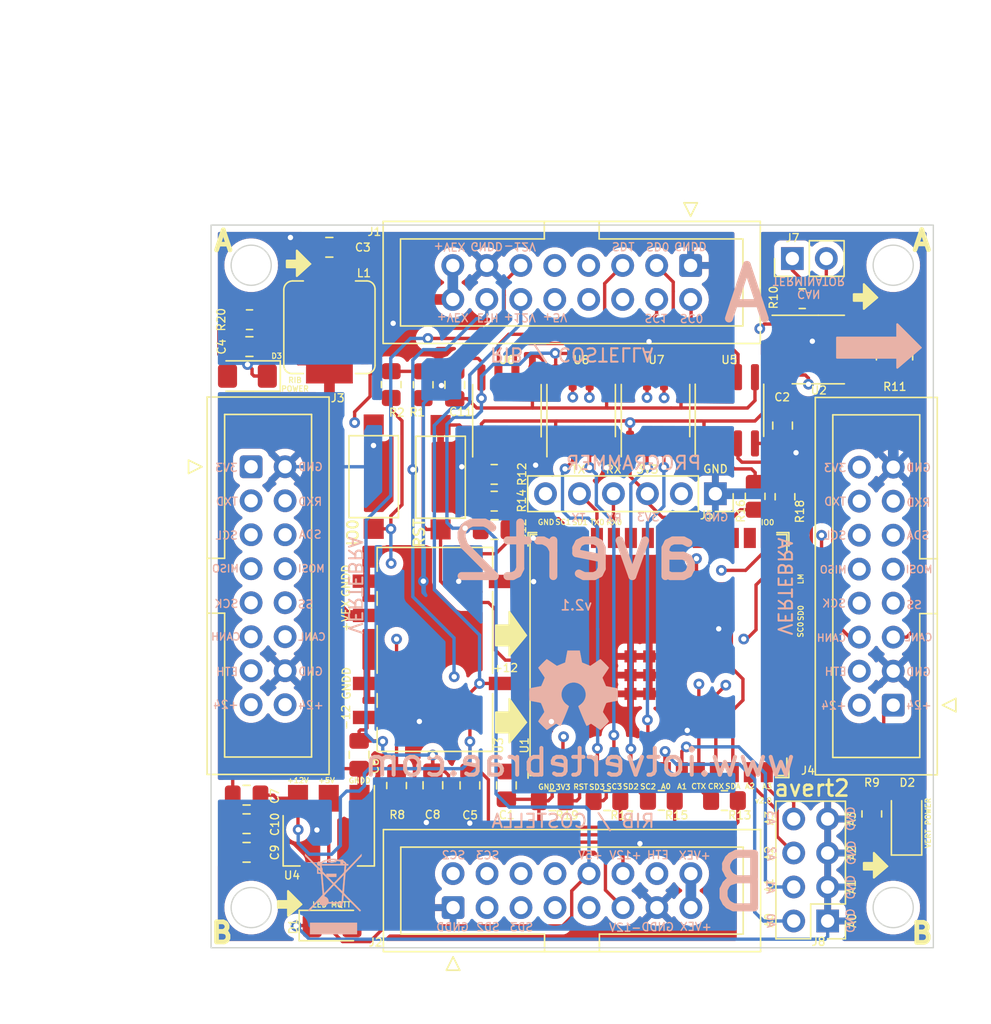
<source format=kicad_pcb>
(kicad_pcb (version 20211014) (generator pcbnew)
  (layers (0 "F.Cu" signal) (1 "In1.Cu" signal) (2 "In2.Cu" signal) (31 "B.Cu" signal) (34 "B.Paste" user) (35 "F.Paste" user) (36 "B.SilkS" user "B.Silkscreen") (37 "F.SilkS" user "F.Silkscreen") (38 "B.Mask" user) (39 "F.Mask" user) (44 "Edge.Cuts" user))
  (net 0 "")
  (net 1 "GND")
  (net 2 "+3V3")
  (net 3 "Net-(D1-Pad2)")
  (net 4 "Net-(D2-Pad2)")
  (net 5 "+VSW")
  (net 6 "GNDD")
  (net 7 "Net-(C4-Pad1)")
  (net 8 "+12V")
  (net 9 "-12V")
  (net 10 "+5V")
  (net 11 "/SC0")
  (net 12 "/SD0")
  (net 13 "+24V")
  (net 14 "/SC1")
  (net 17 "/SD1")
  (net 22 "/SC2")
  (net 23 "/SD2")
  (net 24 "/TXD")
  (net 25 "/RXD")
  (net 27 "/SCL")
  (net 32 "/SDA")
  (net 33 "/MISO")
  (net 34 "/MOSI")
  (net 35 "/SCK")
  (net 36 "/SS")
  (net 37 "/CANH")
  (net 38 "/CANL")
  (net 39 "Earth")
  (net 41 "/RX_0")
  (net 42 "/TX_0")
  (net 45 "/CTX")
  (net 46 "/CRX")
  (net 47 "Net-(J7-Pad2)")
  (net 48 "/RST")
  (net 49 "/IO0")
  (net 51 "/ADDR0")
  (net 52 "/ADDR1")
  (net 53 "/ADDR2")
  (net 54 "/ADDR3")
  (net 55 "/LED_MQTT")
  (net 56 "Net-(R10-Pad1)")
  (net 57 "/SC3")
  (net 58 "/SD3")
  (net 63 "/SDA1")
  (net 64 "/SCL2")
  (net 65 "/SCL1")
  (net 66 "/SDA2")
  (net 67 "/SDA0")
  (net 68 "/SCL3")
  (net 69 "/SCL0")
  (net 70 "/SDA3")
  (net 80 "Net-(D3-Pad2)")
  (footprint "Capacitor_SMD:C_0805_2012Metric_Pad1.18x1.45mm_HandSolder" (layer "F.Cu") (at 136.05 108.2075 -90)
    (fp_text reference "C5")
    (fp_text value "1uF/25V")
  )
  (footprint "Resistor_SMD:R_0805_2012Metric_Pad1.20x1.40mm_HandSolder" (layer "F.Cu") (at 130.165 78.26 90)
    (fp_text reference "R2")
    (fp_text value "10K")
  )
  (footprint "Capacitor_SMD:C_0805_2012Metric_Pad1.18x1.45mm_HandSolder" (layer "F.Cu") (at 119.3525 108.94 180)
    (fp_text reference "C7")
    (fp_text value "100nF")
  )
  (footprint "Resistor_SMD:R_0805_2012Metric_Pad1.20x1.40mm_HandSolder" (layer "F.Cu") (at 155.08 109.34)
    (fp_text reference "R13")
    (fp_text value "10K")
  )
  (footprint "Package_SO:SOIC-8_3.9x4.9mm_P1.27mm" (layer "F.Cu") (at 144.365 80.2 90)
    (fp_text reference "U8")
    (fp_text value "ISO1540")
  )
  (footprint "Package_SO:SOIC-8_3.9x4.9mm_P1.27mm" (layer "F.Cu") (at 162.095 75.64)
    (fp_text reference "U2")
    (fp_text value "SN65HVD230")
  )
  (footprint "Capacitor_SMD:C_0805_2012Metric_Pad1.18x1.45mm_HandSolder" (layer "F.Cu") (at 133.28 108.1975 90)
    (fp_text reference "C8")
    (fp_text value "100nF")
  )
  (footprint "Connector_IDC:IDC-Header_2x08_P2.54mm_Vertical" (layer "F.Cu") (at 167.7 102.21 180)
    (fp_text reference "J4")
    (fp_text value "Conn_02x08_Odd_Even")
  )
  (footprint "Resistor_SMD:R_0805_2012Metric_Pad1.20x1.40mm_HandSolder" (layer "F.Cu") (at 137.865 84.97)
    (fp_text reference "R12")
    (fp_text value "10K")
  )
  (footprint "Resistor_SMD:R_0805_2012Metric_Pad1.20x1.40mm_HandSolder" (layer "F.Cu") (at 159.605 86.64 90)
    (fp_text reference "R18")
    (fp_text value "10K")
  )
  (footprint "Cui_Converter_DCDC:PDESE1-S24-D12-M" (layer "F.Cu") (at 133.43 98.05)
    (fp_text reference "U3")
    (fp_text value "PDSE1-S24-D12-M")
  )
  (footprint "Espressif:ESP32-S3-WROOM-1U" (layer "F.Cu") (at 149.995 98.47 90)
    (fp_text reference "U1")
    (fp_text value "ESP32-S3-WROOM-1")
  )
  (footprint "Resistor_SMD:R_1210_3225Metric_Pad1.30x2.65mm_HandSolder" (layer "F.Cu") (at 167.795 75.69 -90)
    (fp_text reference "R11")
    (fp_text value "120 / 0.5W (1210)")
  )
  (footprint "Package_SO:SOIC-8_3.9x4.9mm_P1.27mm" (layer "F.Cu") (at 138.815 80.21 90)
    (fp_text reference "U6")
    (fp_text value "ISO1540")
  )
  (footprint "Capacitor_SMD:C_0805_2012Metric_Pad1.18x1.45mm_HandSolder" (layer "F.Cu") (at 119.3525 113.21 180)
    (fp_text reference "C9")
    (fp_text value "10uF/10V")
  )
  (footprint "Capacitor_SMD:C_0805_2012Metric_Pad1.18x1.45mm_HandSolder" (layer "F.Cu") (at 137.89 89.09 180)
    (fp_text reference "C12")
    (fp_text value "100nF")
  )
  (footprint "Resistor_SMD:R_0805_2012Metric_Pad1.20x1.40mm_HandSolder" (layer "F.Cu") (at 157.375 86.61 90)
    (fp_text reference "R16")
    (fp_text value "10K")
  )
  (footprint "Resistor_SMD:R_0805_2012Metric_Pad1.20x1.40mm_HandSolder" (layer "F.Cu") (at 142.205 109.36 180)
    (fp_text reference "R19")
    (fp_text value "10K")
  )
  (footprint "Resistor_SMD:R_0805_2012Metric_Pad1.20x1.40mm_HandSolder" (layer "F.Cu") (at 150.36 109.33)
    (fp_text reference "R15")
    (fp_text value "10K")
  )
  (footprint "Resistor_SMD:R_0805_2012Metric_Pad1.20x1.40mm_HandSolder" (layer "F.Cu") (at 146.295 109.35)
    (fp_text reference "R17")
    (fp_text value "10K")
  )
  (footprint "Connector_IDC:IDC-Header_2x08_P2.54mm_Vertical" (layer "F.Cu") (at 134.79 117.34 90)
    (fp_text reference "J2")
    (fp_text value "Conn_02x08_Odd_Even")
  )
  (footprint "Capacitor_SMD:C_0805_2012Metric_Pad1.18x1.45mm_HandSolder" (layer "F.Cu") (at 138.775 108.21 -90)
    (fp_text reference "C1")
    (fp_text value "100nF")
  )
  (footprint "Connector_PinHeader_2.54mm:PinHeader_1x02_P2.54mm_Vertical" (layer "F.Cu") (at 160.155 68.84 90)
    (fp_text reference "J7")
    (fp_text value "Conn_01x02")
  )
  (footprint "Package_SO:SOIC-8_3.9x4.9mm_P1.27mm" (layer "F.Cu") (at 155.455 80.18 90)
    (fp_text reference "U5")
    (fp_text value "ISO1540")
  )
  (footprint "Connector_IDC:IDC-Header_2x08_P2.54mm_Vertical" (layer "F.Cu") (at 152.55 69.3575 -90)
    (fp_text reference "J1")
    (fp_text value "Conn_02x08_Odd_Even")
  )
  (footprint "Capacitor_SMD:C_0805_2012Metric_Pad1.18x1.45mm_HandSolder" (layer "F.Cu") (at 159.425 81.3225 90)
    (fp_text reference "C2")
    (fp_text value "100nF")
  )
  (footprint "Inductor_SMD:L_Bourns_SRP7028A_7.3x6.6mm" (layer "F.Cu") (at 125.545 73.975 -90)
    (fp_text reference "L1")
    (fp_text value "6.8uH")
  )
  (footprint "Capacitor_SMD:C_0805_2012Metric_Pad1.18x1.45mm_HandSolder" (layer "F.Cu") (at 119.3525 111.07 180)
    (fp_text reference "C10")
    (fp_text value "100nF")
  )
  (footprint "LED_SMD:LED_1206_3216Metric_Pad1.42x1.75mm_HandSolder" (layer "F.Cu") (at 119.4125 77.62 180)
    (fp_text reference "D3")
    (fp_text value "LED_Y")
  )
  (footprint "Resistor_SMD:R_0805_2012Metric_Pad1.20x1.40mm_HandSolder" (layer "F.Cu") (at 119.57 73.41 180)
    (fp_text reference "R20")
    (fp_text value "10K")
  )
  (footprint "LED_SMD:LED_1206_3216Metric_Pad1.42x1.75mm_HandSolder" (layer "F.Cu") (at 125.7425 118.68)
    (fp_text reference "D1")
    (fp_text value "LED_W")
  )
  (footprint "Capacitor_SMD:C_0805_2012Metric_Pad1.18x1.45mm_HandSolder" (layer "F.Cu") (at 134.915 78.28 90)
    (fp_text reference "C11")
    (fp_text value "100nF")
  )
  (footprint "Button_Switch_SMD:SW_SPST_CK_RS282G05A3" (layer "F.Cu") (at 128.855 85.14 -90)
    (fp_text reference "SW2")
    (fp_text value "IO0")
  )
  (footprint "Package_SO:SOIC-8_3.9x4.9mm_P1.27mm" (layer "F.Cu") (at 149.925 80.2 90)
    (fp_text reference "U7")
    (fp_text value "ISO1540")
  )
  (footprint "Button_Switch_SMD:SW_SPST_CK_RS282G05A3" (layer "F.Cu") (at 133.855 85.18 -90)
    (fp_text reference "SW1")
    (fp_text value "RST")
  )
  (footprint "Connector_PinSocket_2.54mm:PinSocket_1x06_P2.54mm_Vertical" (layer "F.Cu") (at 154.4 86.415 -90)
    (fp_text reference "J5")
    (fp_text value "Conn_01x06")
  )
  (footprint "Resistor_SMD:R_0805_2012Metric_Pad1.20x1.40mm_HandSolder" (layer "F.Cu") (at 137.865 86.97)
    (fp_text reference "R14")
    (fp_text value "10K")
  )
  (footprint "Capacitor_SMD:C_0805_2012Metric_Pad1.18x1.45mm_HandSolder" (layer "F.Cu") (at 125.5375 68)
    (fp_text reference "C3")
    (fp_text value "4.7uF/50V")
  )
  (footprint "Resistor_SMD:R_0805_2012Metric_Pad1.20x1.40mm_HandSolder" (layer "F.Cu") (at 132.555 78.27 90)
    (fp_text reference "R1")
    (fp_text value "10K")
  )
  (footprint "Connector_PinHeader_2.54mm:PinHeader_2x04_P2.54mm_Vertical" (layer "F.Cu") (at 162.795 118.34 180)
    (fp_text reference "J8")
    (fp_text value "Conn_02x04_Odd_Even")
  )
  (footprint "Connector_IDC:IDC-Header_2x08_P2.54mm_Vertical" (layer "F.Cu") (at 119.69 84.4)
    (fp_text reference "J3")
    (fp_text value "Conn_02x08_Odd_Even")
  )
  (footprint "Resistor_SMD:R_0805_2012Metric_Pad1.20x1.40mm_HandSolder" (layer "F.Cu") (at 166.095 110.34 -90)
    (fp_text reference "R9")
    (fp_text value "10K")
  )
  (footprint "LED_SMD:LED_1206_3216Metric_Pad1.42x1.75mm_HandSolder" (layer "F.Cu") (at 168.695 110.9525 90)
    (fp_text reference "D2")
    (fp_text value "LED_R")
  )
  (footprint "Capacitor_SMD:C_0805_2012Metric_Pad1.18x1.45mm_HandSolder" (layer "F.Cu") (at 119.5625 75.42 180)
    (fp_text reference "C4")
    (fp_text value "4.7uF/50V")
  )
  (footprint "Resistor_SMD:R_0805_2012Metric_Pad1.20x1.40mm_HandSolder" (layer "F.Cu") (at 130.565 108.22 -90)
    (fp_text reference "R8")
    (fp_text value "330")
  )
  (footprint "Capacitor_SMD:C_0805_2012Metric_Pad1.18x1.45mm_HandSolder" (layer "F.Cu") (at 127.765 105.92 90)
    (fp_text reference "C6")
    (fp_text value "1uF/25V")
  )
  (footprint "Package_TO_SOT_SMD:SOT-223-3_TabPin2" (layer "F.Cu") (at 125.495 112.32 -90)
    (fp_text reference "U4")
    (fp_text value "LD1117S50TR_SOT223")
  )
  (footprint "Resistor_SMD:R_0805_2012Metric_Pad1.20x1.40mm_HandSolder" (layer "F.Cu") (at 160.895 71.84 180)
    (fp_text reference "R10")
    (fp_text value "10K")
  )
  (footprint "Symbol:WEEE-Logo_4.2x6mm_SilkScreen" (layer "B.Cu") (at 125.84 116.32 180)
    (fp_text reference "REF**" hide)
    (fp_text value "WEEE-Logo_4.2x6mm_SilkScreen" hide)
  )
  (footprint "Symbol:OSHW-Symbol_6.7x6mm_SilkScreen" (layer "B.Cu") (at 143.81 101.11 180)
    (fp_text reference "REF**" hide)
    (fp_text value "OSHW-Symbol_6.7x6mm_SilkScreen" hide)
  )
  (gr_poly (pts (xy 169.75 75.5) (xy 168 73.75) (xy 168 74.75) (xy 163.5 74.75) (xy 163.5 76.25) (xy 168 76.25) (xy 168 77)) (layer "B.SilkS") (width 0.15) (fill solid))
  (gr_poly (pts (xy 140.25 97) (xy 139 98.5) (xy 139 97.75) (xy 138 97.75) (xy 138 96.25) (xy 139 96.25) (xy 139 95.25)) (layer "F.SilkS") (width 0.15) (fill solid))
  (gr_poly (pts (xy 166.5 71.753266) (xy 165.5 72.603266) (xy 165.5 72.003266) (xy 164.75 72.003266) (xy 164.75 71.503266) (xy 165.5 71.503266) (xy 165.5 70.753266)) (layer "F.SilkS") (width 0.15) (fill solid))
  (gr_poly (pts (xy 124.108 69.244) (xy 123.108 70.15) (xy 123.108 69.494) (xy 122.358 69.494) (xy 122.358 68.994) (xy 123.108 68.994) (xy 123.108 68.244)) (layer "F.SilkS") (width 0.15) (fill solid))
  (gr_poly (pts (xy 140.25 103.5) (xy 139 105) (xy 139 104.25) (xy 138 104.25) (xy 138 102.75) (xy 139 102.75) (xy 139 101.75)) (layer "F.SilkS") (width 0.15) (fill solid))
  (gr_poly (pts (xy 123.45 117.1) (xy 122.45 117.95) (xy 122.45 117.35) (xy 121.7 117.35) (xy 121.7 116.85) (xy 122.45 116.85) (xy 122.45 116.1)) (layer "F.SilkS") (width 0.15) (fill solid))
  (gr_poly (pts (xy 167.25 114.25) (xy 166.25 115.1) (xy 166.25 114.5) (xy 165.5 114.5) (xy 165.5 114) (xy 166.25 114) (xy 166.25 113.25)) (layer "F.SilkS") (width 0.15) (fill solid))
  (gr_circle (center 119.695 69.34) (end 121.195 69.34) (layer "Edge.Cuts") (width 0.1) (fill none))
  (gr_rect (start 116.695 120.34) (end 170.695 66.34) (layer "Edge.Cuts") (width 0.1) (fill none))
  (gr_circle (center 167.695 117.34) (end 169.195 117.34) (layer "Edge.Cuts") (width 0.1) (fill none))
  (gr_circle (center 167.695 69.34) (end 169.195 69.34) (layer "Edge.Cuts") (width 0.1) (fill none))
  (gr_circle (center 119.695 117.34) (end 121.195 117.34) (layer "Edge.Cuts") (width 0.1) (fill none))
  (gr_text "ETH" (at 117.89 99.72) (layer "B.SilkS") (effects (font (size 0.6 0.6) (thickness 0.1)) (justify mirror)))
  (gr_text "SD3" (at 139.9 118.8) (layer "B.SilkS") (effects (font (size 0.6 0.6) (thickness 0.1)) (justify mirror)))
  (gr_text "SC0" (at 152.62 73.3 180) (layer "B.SilkS") (effects (font (size 0.6 0.6) (thickness 0.1)) (justify mirror)))
  (gr_text "GND" (at 124.13 84.41) (layer "B.SilkS") (effects (font (size 0.6 0.6) (thickness 0.1)) (justify mirror)))
  (gr_text "RXD" (at 124.11 87.01) (layer "B.SilkS") (effects (font (size 0.6 0.6) (thickness 0.1)) (justify mirror)))
  (gr_text "CAN\nTERMINATOR" (at 161.38 71.01 180) (layer "B.SilkS") (effects (font (size 0.6 0.6) (thickness 0.1)) (justify mirror)))
  (gr_text "+5V" (at 145.06 113.42) (layer "B.SilkS") (effects (font (size 0.6 0.6) (thickness 0.1)) (justify mirror)))
  (gr_text "SD0" (at 150.09 67.94 180) (layer "B.SilkS") (effects (font (size 0.6 0.6) (thickness 0.1)) (justify mirror)))
  (gr_text "ETH" (at 137.38 73.25 180) (layer "B.SilkS") (effects (font (size 0.6 0.6) (thickness 0.1)) (justify mirror)))
  (gr_text "SC3" (at 137.37 113.43) (layer "B.SilkS") (effects (font (size 0.6 0.6) (thickness 0.1)) (justify mirror)))
  (gr_text "SD1" (at 147.54 67.93 180) (layer "B.SilkS") (effects (font (size 0.6 0.6) (thickness 0.1)) (justify mirror)))
  (gr_text "3V3" (at 149.37 88.17) (layer "B.SilkS") (effects (font (size 0.6 0.6) (thickness 0.1)) (justify mirror)))
  (gr_text "GND" (at 164.46 115.82 270) (layer "B.SilkS") (effects (font (size 0.6 0.6) (thickness 0.1)) (justify mirror)))
  (gr_text "B" (at 156.25 115.5) (layer "B.SilkS") (effects (font (size 4 4) (thickness 0.6)) (justify mirror)))
  (gr_text "+12V" (at 139.77 73.25 180) (layer "B.SilkS") (effects (font (size 0.6 0.6) (thickness 0.1)) (justify mirror)))
  (gr_text "SCL" (at 117.86 89.53) (layer "B.SilkS") (effects (font (size 0.6 0.6) (thickness 0.1)) (justify mirror)))
  (gr_text "GND" (at 164.45 118.32 270) (layer "B.SilkS") (effects (font (size 0.6 0.6) (thickness 0.1)) (justify mirror)))
  (gr_text "-12V" (at 139.78 67.95 180) (layer "B.SilkS") (effects (font (size 0.6 0.6) (thickness 0.1)) (justify mirror)))
  (gr_text "GNDD" (at 150.09 118.79) (layer "B.SilkS") (effects (font (size 0.6 0.6) (thickness 0.1)) (justify mirror)))
  (gr_text "MISO" (at 163.21 92.09) (layer "B.SilkS") (effects (font (size 0.55 0.55) (thickness 0.1)) (justify mirror)))
  (gr_text "RIB / COSTELLA" (at 143.66 76 180) (layer "B.SilkS") (effects (font (size 1 1)) (justify mirror)))
  (gr_text "ETH" (at 150.1 113.41) (layer "B.SilkS") (effects (font (size 0.6 0.6) (thickness 0.1)) (justify mirror)))
  (gr_text "CANH" (at 163.08 97.19) (layer "B.SilkS") (effects (font (size 0.55 0.55) (thickness 0.1)) (justify mirror)))
  (gr_text "GND" (at 164.51 113.24 270) (layer "B.SilkS") (effects (font (size 0.6 0.6) (thickness 0.1)) (justify mirror)))
  (gr_text "GNDD" (at 152.53 67.92 180) (layer "B.SilkS") (effects (font (size 0.6 0.6) (thickness 0.1)) (justify mirror)))
  (gr_text "+VEX" (at 134.76 73.24 180) (layer "B.SilkS") (effects (font (size 0.6 0.6) (thickness 0.1)) (justify mirror)))
  (gr_text "TXD" (at 163.35 87) (layer "B.SilkS") (effects (font (size 0.6 0.6) (thickness 0.1)) (justify mirror)))
  (gr_text "avert2" (at 144 90.75) (layer "B.SilkS") (effects (font (size 4 4) (thickness 0.6)) (justify mirror)))
  (gr_text "-12V" (at 147.66 118.83) (layer "B.SilkS") (effects (font (size 0.6 0.6) (thickness 0.1)) (justify mirror)))
  (gr_text "+VEX" (at 152.86 113.44) (layer "B.SilkS") (effects (font (size 0.6 0.6) (thickness 0.1)) (justify mirror)))
  (gr_text "RIB / COSTELLA" (at 143.76 110.87) (layer "B.SilkS") (effects (font (size 1 1)) (justify mirror)))
  (gr_text "GND" (at 169.59 84.46) (layer "B.SilkS") (effects (font (size 0.6 0.6) (thickness 0.1)) (justify mirror)))
  (gr_text "PROGRAMMER" (at 148.29 84.12) (layer "B.SilkS") (effects (font (size 1 1)) (justify mirror)))
  (gr_text "GND" (at 169.59 99.73) (layer "B.SilkS") (effects (font (size 0.6 0.6) (thickness 0.1)) (justify mirror)))
  (gr_text "SC2" (at 134.82 113.42) (layer "B.SilkS") (effects (font (size 0.6 0.6) (thickness 0.1)) (justify mirror)))
  (gr_text "SCK" (at 163.27 94.61) (layer "B.SilkS") (effects (font (size 0.6 0.6) (thickness 0.1)) (justify mirror)))
  (gr_text "VERTEBRA" (at 127.46 93.26 270) (layer "B.SilkS") (effects (font (size 1 1)) (justify mirror)))
  (gr_text "CANH" (at 117.79 97.1) (layer "B.SilkS") (effects (font (size 0.55 0.55) (thickness 0.1)) (justify mirror)))
  (gr_text "MISO" (at 117.77 92.01) (layer "B.SilkS") (effects (font (size 0.55 0.55) (thickness 0.1)) (justify mirror)))
  (gr_text "RX" (at 146.81 88.23) (layer "B.SilkS") (effects (font (size 0.6 0.6) (thickness 0.1)) (justify mirror)))
  (gr_text "SD2" (at 137.4 118.79) (layer "B.SilkS") (effects (font (size 0.6 0.6) (thickness 0.1)) (justify mirror)))
  (gr_text "RXD" (at 169.58 87.07) (layer "B.SilkS") (effects (font (size 0.6 0.6) (thickness 0.1)) (justify mirror)))
  (gr_text "+12V" (at 147.68 113.42) (layer "B.SilkS") (effects (font (size 0.6 0.6) (thickness 0.1)) (justify mirror)))
  (gr_text "A2" (at 158.59 113.31 -90) (layer "B.SilkS") (effects (font (size 0.6 0.6) (thickness 0.1)) (justify mirror)))
  (gr_text "GNDD" (at 134.75 118.8) (layer "B.SilkS") (effects (font (size 0.6 0.6) (thickness 0.1)) (justify mirror)))
  (gr_text "www.iotvertebrae.com" (at 144.25 106.5) (layer "B.SilkS") (effects (font (size 2 2) (thickness 0.3)) (justify mirror)))
  (gr_text "VERTEBRA" (at 159.58 93.34 270) (layer "B.SilkS") (effects (font (size 1 1)) (justify mirror)))
  (gr_text "+24" (at 163.26 102.24) (layer "B.SilkS") (effects (font (size 0.6 0.6) (thickness 0.1)) (justify mirror)))
  (gr_text "A3" (at 158.56 110.63 -90) (layer "B.SilkS") (effects (font (size 0.6 0.6) (thickness 0.1)) (justify mirror)))
  (gr_text "+24" (at 124.17 102.21) (layer "B.SilkS") (effects (font (size 0.6 0.6) (thickness 0.1)) (justify mirror)))
  (gr_text "TXD" (at 117.88 87) (layer "B.SilkS") (effects (font (size 0.6 0.6) (thickness 0.1)) (justify mirror)))
  (gr_text "CANL" (at 124.24 97.11) (layer "B.SilkS") (effects (font (size 0.55 0.55) (thickness 0.1)) (justify mirror)))
  (gr_text "+5V" (at 142.4 73.24 180) (layer "B.SilkS") (effects (font (size 0.6 0.6) (thickness 0.1)) (justify mirror)))
  (gr_text "+24" (at 169.62 102.22) (layer "B.SilkS") (effects (font (size 0.6 0.6) (thickness 0.1)) (justify mirror)))
  (gr_text "SC1" (at 149.98 73.29 180) (layer "B.SilkS") (effects (font (size 0.6 0.6) (thickness 0.1)) (justify mirror)))
  (gr_text "+24" (at 117.8 102.18) (layer "B.SilkS") (effects (font (size 0.6 0.6) (thickness 0.1)) (justify mirror)))
  (gr_text "SCK" (at 117.84 94.64) (layer "B.SilkS") (effects (font (size 0.6 0.6) (thickness 0.1)) (justify mirror)))
  (gr_text "3V3" (at 117.84 84.47) (layer "B.SilkS") (effects (font (size 0.6 0.6) (thickness 0.1)) (justify mirror)))
  (gr_text "MOSI" (at 124.19 92.01) (layer "B.SilkS") (effects (font (size 0.55 0.55) (thickness 0.1)) (justify mirror)))
  (gr_text "GND" (at 124.14 99.7) (layer "B.SilkS") (effects (font (size 0.6 0.6) (thickness 0.1)) (justify mirror)))
  (gr_text "GND" (at 154.45 88.17) (layer "B.SilkS") (effects (font (size 0.6 0.6) (thickness 0.1)) (justify mirror)))
  (gr_text "SS" (at 169.26 94.72) (layer "B.SilkS") (effects (font (size 0.6 0.6) (thickness 0.1)) (justify mirror)))
  (gr_text "+VEX" (at 152.94 118.77) (layer "B.SilkS") (effects (font (size 0.6 0.6) (thickness 0.1)) (justify mirror)))
  (gr_text "A0" (at 158.56 118.32 -90) (layer "B.SilkS") (effects (font (size 0.6 0.6) (thickness 0.1)) (justify mirror)))
  (gr_text "SDA" (at 124.11 89.46) (layer "B.SilkS") (effects (font (size 0.6 0.6) (thickness 0.1)) (justify mirror)))
  (gr_text "SCL" (at 163.35 89.53) (layer "B.SilkS") (effects (font (size 0.6 0.6) (thickness 0.1)) (justify mirror)))
  (gr_text "A" (at 156.75 71.5) (layer "B.SilkS") (effects (font (size 4 4) (thickness 0.6)) (justify mirror)))
  (gr_text "v2.1" (at 144 94.75) (layer "B.SilkS") (effects (font (size 0.75 0.75) (thickness 0.12)) (justify mirror)))
  (gr_text "GNDD" (at 137.3 67.93 180) (layer "B.SilkS") (effects (font (size 0.6 0.6) (thickness 0.1)) (justify mirror)))
  (gr_text "+VEX" (at 134.52 67.96 180) (layer "B.SilkS") (effects (font (size 0.6 0.6) (thickness 0.1)) (justify mirror)))
  (gr_text "3V3" (at 163.35 84.48) (layer "B.SilkS") (effects (font (size 0.6 0.6) (thickness 0.1)) (justify mirror)))
  (gr_text "A1" (at 158.53 115.77 -90) (layer "B.SilkS") (effects (font (size 0.6 0.6) (thickness 0.1)) (justify mirror)))
  (gr_text "TX" (at 144.17 88.22) (layer "B.SilkS") (effects (font (size 0.6 0.6) (thickness 0.1)) (justify mirror)))
  (gr_text "SDA" (at 169.55 89.52) (layer "B.SilkS") (effects (font (size 0.6 0.6) (thickness 0.1)) (justify mirror)))
  (gr_text "CANL" (at 169.6 97.15) (layer "B.SilkS") (effects (font (size 0.55 0.55) (thickness 0.1)) (justify mirror)))
  (gr_text "MOSI" (at 169.63 92.07) (layer "B.SilkS") (effects (font (size 0.55 0.55) (thickness 0.1)) (justify mirror)))
  (gr_text "ETH" (at 163.39 99.71) (layer "B.SilkS") (effects (font (size 0.6 0.6) (thickness 0.1)) (justify mirror)))
  (gr_text "SS" (at 123.76 94.68) (layer "B.SilkS") (effects (font (size 0.6 0.6) (thickness 0.1)) (justify mirror)))
  (gr_text "GND" (at 164.46 110.7 270) (layer "B.SilkS") (effects (font (size 0.6 0.6) (thickness 0.1)) (justify mirror)))
  (gr_text "GNDD" (at 126.785 92.92 90) (layer "F.SilkS") (effects (font (size 0.6 0.6) (thickness 0.1))))
  (gr_text "TX" (at 144.16 84.6) (layer "F.SilkS") (effects (font (size 0.6 0.6) (thickness 0.1))))
  (gr_text "SC1" (at 143.02 88.53) (layer "F.SilkS") (effects (font (size 0.4 0.4) (thickness 0.08))))
  (gr_text "A2" (at 158.415 113.28 90) (layer "F.SilkS") (effects (font (size 0.6 0.6) (thickness 0.1))))
  (gr_text "A2" (at 156.98 108.27) (layer "F.SilkS") (effects (font (size 0.4 0.4) (thickness 0.08))))
  (gr_text "GND" (at 141.77 108.32) (layer "F.SilkS") (effects (font (size 0.4 0.4) (thickness 0.08))))
  (gr_text "LED MQTT" (at 125.71 117.12) (layer "F.SilkS") (effects (font (size 0.4 0.4) (thickness 0.08))))
  (gr_text "+12" (at 138.705 99.43) (layer "F.SilkS") (effects (font (size 0.6 0.6) (thickness 0.1))))
  (gr_text "A" (at 117.61 67.52) (layer "F.SilkS") (effects (font (size 1.5 1.5) (thickness 0.35))))
  (gr_text "LM" (at 160.78 92.78 90) (layer "F.SilkS") (effects (font (size 0.4 0.4) (thickness 0.08))))
  (gr_text "avert2" (at 161.62 108.42) (layer "F.SilkS") (effects (font (size 1.2 1.2) (thickness 0.2))))
  (gr_text "SC3" (at 146.84 108.3) (layer "F.SilkS") (effects (font (size 0.4 0.4) (thickness 0.08))))
  (gr_text "A" (at 169.83 67.5) (layer "F.SilkS") (effects (font (size 1.5 1.5) (thickness 0.35))))
  (gr_text "3V3" (at 143.01 108.34) (layer "F.SilkS") (effects (font (size 0.4 0.4) (thickness 0.08))))
  (gr_text "B" (at 169.85 119.26) (layer "F.SilkS") (effects (font (size 1.5 1.5) (thickness 0.35))))
  (gr_text "GND" (at 141.74 88.54) (layer "F.SilkS") (effects (font (size 0.4 0.4) (thickness 0.08))))
  (gr_text "RX0" (at 146.84 88.55) (layer "F.SilkS") (effects (font (size 0.4 0.4) (thickness 0.08))))
  (gr_text "GNDD" (at 126.825 100.58 90) (layer "F.SilkS") (effects (font (size 0.6 0.6) (thickness 0.1))))
  (gr_text "CTX" (at 153.15 108.28) (layer "F.SilkS") (effects (font (size 0.4 0.4) (thickness 0.08))))
  (gr_text "A1" (at 151.91 108.29) (layer "F.SilkS") (effects (font (size 0.4 0.4) (thickness 0.08))))
  (gr_text "CRX" (at 154.44 108.28) (layer "F.SilkS") (effects (font (size 0.4 0.4) (thickness 0.08))))
  (gr_text "+5V" (at 125.33 107.84) (layer "F.SilkS") (effects (font (size 0.4 0.4) (thickness 0.08))))
  (gr_text "SD1" (at 144.28 88.55) (layer "F.SilkS") (effects (font (size 0.4 0.4) (thickness 0.08))))
  (gr_text "SC2" (at 149.37 108.3) (layer "F.SilkS") (effects (font (size 0.4 0.4) (thickness 0.08))))
  (gr_text "A0" (at 158.415 118.29 90) (layer "F.SilkS") (effects (font (size 0.6 0.6) (thickness 0.1))))
  (gr_text "RX" (at 146.79 84.6) (layer "F.SilkS") (effects (font (size 0.6 0.6) (thickness 0.1))))
  (gr_text "A1" (at 164.585 115.79 90) (layer "F.SilkS") (effects (font (size 0.6 0.6) (thickness 0.1))))
  (gr_text "A3" (at 164.585 110.71 90) (layer "F.SilkS") (effects (font (size 0.6 0.6) (thickness 0.1))))
  (gr_text "GND" (at 154.41 84.57) (layer "F.SilkS") (effects (font (size 0.6 0.6) (thickness 0.1))))
  (gr_text "A2" (at 164.595 113.26 90) (layer "F.SilkS") (effects (font (size 0.6 0.6) (thickness 0.1))))
  (gr_text "A0" (at 164.615 118.31 90) (layer "F.SilkS") (effects (font (size 0.6 0.6) (thickness 0.1))))
  (gr_text "A0" (at 150.7 108.29) (layer "F.SilkS") (effects (font (size 0.4 0.4) (thickness 0.08))))
  (gr_text "VERT POWER" (at 170.3 111.02 90) (layer "F.SilkS") (effects (font (size 0.4 0.4) (thickness 0.08))))
  (gr_text "v2.0" (at 157.99 109.34) (layer "F.SilkS") (effects (font (size 0.4 0.4) (thickness 0.08))))
  (gr_text "A1" (at 158.415 115.69 90) (layer "F.SilkS") (effects (font (size 0.6 0.6) (thickness 0.1))))
  (gr_text "SC0" (at 160.77 96.57 90) (layer "F.SilkS") (effects (font (size 0.4 0.4) (thickness 0.08))))
  (gr_text "RIB\nPOWER" (at 122.97 78.25) (layer "F.SilkS") (effects (font (size 0.4 0.4) (thickness 0.08))))
  (gr_text "+VEX" (at 126.785 95.54 90) (layer "F.SilkS") (effects (font (size 0.6 0.6) (thickness 0.1))))
  (gr_text "SD2" (at 148.08 108.3) (layer "F.SilkS") (effects (font (size 0.4 0.4) (thickness 0.08))))
  (gr_text "SD0" (at 160.79 95.33 90) (layer "F.SilkS") (effects (font (size 0.4 0.4) (thickness 0.08))))
  (gr_text "+12V" (at 123.19 107.84) (layer "F.SilkS") (effects (font (size 0.4 0.4) (thickness 0.08))))
  (gr_text "TX0" (at 145.57 88.55) (layer "F.SilkS") (effects (font (size 0.4 0.4) (thickness 0.08))))
  (gr_text "A3" (at 158.27 108.28) (layer "F.SilkS") (effects (font (size 0.4 0.4) (thickness 0.08))))
  (gr_text "3V3" (at 149.32 84.6) (layer "F.SilkS") (effects (font (size 0.6 0.6) (thickness 0.1))))
  (gr_text "GNDD" (at 127.8 107.85) (layer "F.SilkS") (effects (font (size 0.4 0.4) (thickness 0.08))))
  (gr_text "SDA" (at 155.71 108.28) (layer "F.SilkS") (effects (font (size 0.4 0.4) (thickness 0.08))))
  (gr_text "-12" (at 126.785 103.12 90) (layer "F.SilkS") (effects (font (size 0.6 0.6) (thickness 0.1))))
  (gr_text "RST" (at 144.33 108.32) (layer "F.SilkS") (effects (font (size 0.4 0.4) (thickness 0.08))))
  (gr_text "B" (at 117.5 119.23) (layer "F.SilkS") (effects (font (size 1.5 1.5) (thickness 0.35))))
  (gr_text "IO0" (at 158.3 88.56) (layer "F.SilkS") (effects (font (size 0.4 0.4) (thickness 0.08))))
  (gr_text "A3" (at 158.435 110.64 90) (layer "F.SilkS") (effects (font (size 0.6 0.6) (thickness 0.1))))
  (gr_text "SD3" (at 145.55 108.33) (layer "F.SilkS") (effects (font (size 0.4 0.4) (thickness 0.08))))
  (segment (start 138.775 107.1725) (end 138.8225 107.22) (width 0.25) (layer "F.Cu") (net 1))
  (segment (start 154.4 84.98) (end 154.4 86.415) (width 0.25) (layer "F.Cu") (net 1))
  (segment (start 167.3 112.44) (end 166.48 113.26) (width 0.25) (layer "F.Cu") (net 1))
  (segment (start 135.44 81.46) (end 135.44 84.4) (width 0.25) (layer "F.Cu") (net 1))
  (segment (start 141.735 89.72) (end 140.8 89.72) (width 0.25) (layer "F.Cu") (net 1))
  (segment (start 159.425 82.36) (end 159.425 82.695) (width 0.25) (layer "F.Cu") (net 1))
  (segment (start 128.84 82.81) (end 128.84 81.255) (width 0.25) (layer "F.Cu") (net 1))
  (segment (start 142.14 103.44) (end 142.14 104.14) (width 0.25) (layer "F.Cu") (net 1))
  (segment (start 146.27 84.46) (end 146.26 84.47) (width 0.25) (layer "F.Cu") (net 1))
  (segment (start 151.83 83.74) (end 152.56 84.47) (width 0.25) (layer "F.Cu") (net 1))
  (segment (start 152.56 84.47) (end 153.89 84.47) (width 0.25) (layer "F.Cu") (net 1))
  (segment (start 151.83 82.675) (end 151.83 83.74) (width 0.25) (layer "F.Cu") (net 1))
  (segment (start 138.8225 107.22) (end 141.735 107.22) (width 0.25) (layer "F.Cu") (net 1))
  (segment (start 140.71 83.74) (end 140.71 82.695) (width 0.25) (layer "F.Cu") (net 1))
  (segment (start 133.855 81.28) (end 135.26 81.28) (width 0.25) (layer "F.Cu") (net 1))
  (segment (start 140.8 89.72) (end 140.79 89.73) (width 0.25) (layer "F.Cu") (net 1))
  (segment (start 141.735 107.22) (end 141.735 104.545) (width 0.25) (layer "F.Cu") (net 1))
  (segment (start 140.71 82.695) (end 140.72 82.685) (width 0.25) (layer "F.Cu") (net 1))
  (segment (start 159.425 82.36) (end 159.44 82.36) (width 0.25) (layer "F.Cu") (net 1))
  (segment (start 159.62 75.005) (end 161.635 75.005) (width 0.25) (layer "F.Cu") (net 1))
  (segment (start 135.26 81.28) (end 135.44 81.46) (width 0.25) (layer "F.Cu") (net 1))
  (segment (start 166.48 113.26) (end 162.795 113.26) (width 0.25) (layer "F.Cu") (net 1))
  (segment (start 142.14 104.14) (end 141.735 104.545) (width 0.25) (layer "F.Cu") (net 1))
  (segment (start 153.89 84.47) (end 154.4 84.98) (width 0.25) (layer "F.Cu") (net 1))
  (segment (start 124.255 118.68) (end 123.08 118.68) (width 0.25) (layer "F.Cu") (net 1))
  (segment (start 157.36 82.655) (end 158.035 82.655) (width 0.25) (layer "F.Cu") (net 1))
  (segment (start 140.96 84.28) (end 140.96 83.99) (width 0.25) (layer "F.Cu") (net 1))
  (segment (start 168.695 112.44) (end 167.3 112.44) (width 0.25) (layer "F.Cu") (net 1))
  (segment (start 146.27 82.675) (end 146.27 84.46) (width 0.25) (layer "F.Cu") (net 1))
  (segment (start 158.33 82.36) (end 159.425 82.36) (width 0.25) (layer "F.Cu") (net 1))
  (segment (start 161.635 75.005) (end 161.65 75.02) (width 0.25) (layer "F.Cu") (net 1))
  (segment (start 140.96 83.99) (end 140.71 83.74) (width 0.25) (layer "F.Cu") (net 1))
  (segment (start 159.44 82.36) (end 160.43 83.35) (width 0.25) (layer "F.Cu") (net 1))
  (segment (start 123.08 118.68) (end 123.05 118.71) (width 0.25) (layer "F.Cu") (net 1))
  (segment (start 128.84 81.255) (end 128.855 81.24) (width 0.25) (layer "F.Cu") (net 1))
  (segment (start 158.035 82.655) (end 158.33 82.36) (width 0.25) (layer "F.Cu") (net 1))
  (via (at 161.65 75.02) (size 0.8) (drill 0.4) (layers "F.Cu" "B.Cu") (net 1))
  (via (at 128.84 82.81) (size 0.8) (drill 0.4) (layers "F.Cu" "B.Cu") (net 1))
  (via (at 123.05 118.71) (size 0.8) (drill 0.4) (layers "F.Cu" "B.Cu") (net 1))
  (via (at 142.14 103.44) (size 0.8) (drill 0.4) (layers "F.Cu" "B.Cu") (net 1))
  (via (at 140.81 92.98) (size 0.8) (drill 0.4) (layers "F.Cu" "B.Cu") (net 1))
  (via (at 160.43 83.35) (size 0.8) (drill 0.4) (layers "F.Cu" "B.Cu") (net 1))
  (via (at 152.3 104.1) (size 0.8) (drill 0.4) (layers "F.Cu" "B.Cu") (net 1))
  (via (at 154.65 96.51) (size 0.8) (drill 0.4) (layers "F.Cu" "B.Cu") (net 1))
  (via (at 135.44 84.4) (size 0.8) (drill 0.4) (layers "F.Cu" "B.Cu") (net 1))
  (via (at 146.26 84.47) (size 0.8) (drill 0.4) (layers "F.Cu" "B.Cu") (net 1))
  (via (at 140.79 89.73) (size 0.8) (drill 0.4) (layers "F.Cu" "B.Cu") (net 1))
  (via (at 140.96 84.28) (size 0.8) (drill 0.4) (layers "F.Cu" "B.Cu") (net 1))
  (segment (start 124.04 119.7) (end 123.05 118.71) (width 0.25) (layer "B.Cu") (net 1))
  (segment (start 145.92 83.35) (end 141.4 83.35) (width 0.25) (layer "B.Cu") (net 1))
  (segment (start 160.025 86.415) (end 154.4 86.415) (width 0.8) (layer "B.Cu") (net 1))
  (segment (start 146.26 83.69) (end 145.92 83.35) (width 0.25) (layer "B.Cu") (net 1))
  (segment (start 161.68 84.76) (end 161.68 82.31) (width 0.8) (layer "B.Cu") (net 1))
  (segment (start 147.15 84.47) (end 148.13 83.49) (width 0.25) (layer "B.Cu") (net 1))
  (segment (start 162.795 119.505) (end 162.6 119.7) (width 0.25) (layer "B.Cu") (net 1))
  (segment (start 146.26 84.47) (end 146.26 83.69) (width 0.25) (layer "B.Cu") (net 1))
  (segment (start 167.7 84.43) (end 167.7 82.35) (width 0.8) (layer "B.Cu") (net 1))
  (segment (start 154.4 84.49) (end 154.4 86.415) (width 0.25) (layer "B.Cu") (net 1))
  (segment (start 141.4 83.35) (end 140.96 83.79) (width 0.25) (layer "B.Cu") (net 1))
  (segment (start 162.795 118.34) (end 162.795 119.505) (width 0.25) (layer "B.Cu") (net 1))
  (segment (start 128.45 84.4) (end 128.84 84.01) (width 0.25) (layer "B.Cu") (net 1))
  (segment (start 167.7 82.35) (end 166.52 81.17) (width 0.8) (layer "B.Cu") (net 1))
  (segment (start 140.96 83.79) (end 140.96 84.28) (width 0.25) (layer "B.Cu") (net 1))
  (segment (start 160.025 86.415) (end 161.68 84.76) (width 0.8) (layer "B.Cu") (net 1))
  (segment (start 140.79 89.73) (end 140.79 88.5) (width 0.25) (layer "B.Cu") (net 1))
  (segment (start 166.52 81.17) (end 165.8 81.17) (width 0.8) (layer "B.Cu") (net 1))
  (segment (start 128.84 84.01) (end 128.84 82.81) (width 0.25) (layer "B.Cu") (net 1))
  (segment (start 146.26 84.47) (end 147.15 84.47) (width 0.25) (layer "B.Cu") (net 1))
  (segment (start 140.14 87.85) (end 140.14 85.69) (width 0.25) (layer "B.Cu") (net 1))
  (segment (start 140.14 85.69) (end 140.96 84.87) (width 0.25) (layer "B.Cu") (net 1))
  (segment (start 162.82 81.17) (end 165.8 81.17) (width 0.8) (layer "B.Cu") (net 1))
  (segment (start 162.6 119.7) (end 124.04 119.7) (width 0.25) (layer "B.Cu") (net 1))
  (segment (start 140.96 84.87) (end 140.96 84.28) (width 0.25) (layer "B.Cu") (net 1))
  (segment (start 122.23 84.4) (end 128.45 84.4) (width 0.25) (layer "B.Cu") (net 1))
  (segment (start 161.68 82.31) (end 162.82 81.17) (width 0.8) (layer "B.Cu") (net 1))
  (segment (start 148.13 83.49) (end 153.4 83.49) (width 0.25) (layer "B.Cu") (net 1))
  (segment (start 140.79 88.5) (end 140.14 87.85) (width 0.25) (layer "B.Cu") (net 1))
  (segment (start 153.4 83.49) (end 154.4 84.49) (width 0.25) (layer "B.Cu") (net 1))
  (segment (start 137.12 80.98) (end 142.54 80.98) (width 0.25) (layer "F.Cu") (net 2))
  (segment (start 142.54 80.98) (end 147.9 80.98) (width 0.25) (layer "F.Cu") (net 2))
  (segment (start 128.84 77.26) (end 130.165 77.26) (width 0.25) (layer "F.Cu") (net 2))
  (segment (start 143.005 104.615) (end 143.05 104.57) (width 0.25) (layer "F.Cu") (net 2))
  (segment (start 158.14 76.85) (end 158.14 80.2) (width 0.25) (layer "F.Cu") (net 2))
  (segment (start 147.9 80.98) (end 152.91 80.98) (width 0.25) (layer "F.Cu") (net 2))
  (segment (start 142.46 82.675) (end 142.46 81.06) (width 0.25) (layer "F.Cu") (net 2))
  (segment (start 142.935 108.29) (end 142.48 108.29) (width 0.25) (layer "F.Cu") (net 2))
  (segment (start 156.08 109.34) (end 156.08 110.96) (width 0.25) (layer "F.Cu") (net 2))
  (segment (start 138.775 109.2475) (end 141.0925 109.2475) (width 0.25) (layer "F.Cu") (net 2))
  (segment (start 127.43 81.1) (end 127.43 80.3) (width 0.25) (layer "F.Cu") (net 2))
  (segment (start 136.91 84.925) (end 136.865 84.97) (width 0.25) (layer "F.Cu") (net 2))
  (segment (start 142.2 109.06) (end 141.9 109.36) (width 0.25) (layer "F.Cu") (net 2))
  (segment (start 157.36 80.98) (end 158.055 80.285) (width 0.25) (layer "F.Cu") (net 2))
  (segment (start 141.205 110.835) (end 141.205 109.36) (width 0.25) (layer "F.Cu") (net 2))
  (segment (start 156.28 87.61) (end 157.375 87.61) (width 0.25) (layer "F.Cu") (net 2))
  (segment (start 142.48 108.29) (end 142.2 108.57) (width 0.25) (layer "F.Cu") (net 2))
  (segment (start 136.865 84.97) (end 136.865 86.97) (width 0.25) (layer "F.Cu") (net 2))
  (segment (start 153.55 81.05) (end 153.55 81.18) (width 0.25) (layer "F.Cu") (net 2))
  (segment (start 151.45 111.34) (end 147.33 111.34) (width 0.25) (layer "F.Cu") (net 2))
  (segment (start 150.44 88.18) (end 155.71 88.18) (width 0.25) (layer "F.Cu") (net 2))
  (segment (start 136.91 82.685) (end 136.91 84.925) (width 0.25) (layer "F.Cu") (net 2))
  (segment (start 153.55 81.18) (end 153.55 82.655) (width 0.25) (layer "F.Cu") (net 2))
  (segment (start 147.295 111.305) (end 147.33 111.34) (width 0.25) (layer "F.Cu") (net 2))
  (segment (start 136.91 82.685) (end 136.91 81.19) (width 0.25) (layer "F.Cu") (net 2))
  (segment (start 156.08 110.96) (end 155.7 111.34) (width 0.25) (layer "F.Cu") (net 2))
  (segment (start 143.005 108.22) (end 142.935 108.29) (width 0.25) (layer "F.Cu") (net 2))
  (segment (start 148.02 85.115) (end 149.32 86.415) (width 0.25) (layer "F.Cu") (net 2))
  (segment (start 148.02 82.675) (end 148.02 81.1) (width 0.25) (layer "F.Cu") (net 2))
  (segment (start 155.71 88.18) (end 156.28 87.61) (width 0.25) (layer "F.Cu") (net 2))
  (segment (start 147.295 109.35) (end 147.295 111.305) (width 0.25) (layer "F.Cu") (net 2))
  (segment (start 149.32 87.06) (end 150.44 88.18) (width 0.25) (layer "F.Cu") (net 2))
  (segment (start 159.62 76.275) (end 158.715 76.275) (width 0.25) (layer "F.Cu") (net 2))
  (segment (start 128.585 79.145) (end 128.585 77.515) (width 0.25) (layer "F.Cu") (net 2))
  (segment (start 141.9 109.36) (end 141.205 109.36) (width 0.25) (layer "F.Cu") (net 2))
  (segment (start 158.715 76.275) (end 158.14 76.85) (width 0.25) (layer "F.Cu") (net 2))
  (segment (start 151.36 111.25) (end 151.45 111.34) (width 0.25) (layer "F.Cu") (net 2))
  (segment (start 143.005 107.22) (end 143.005 108.22) (width 0.25) (layer "F.Cu") (net 2))
  (segment (start 148.02 82.675) (end 148.02 85.115) (width 0.25) (layer "F.Cu") (net 2))
  (segment (start 159.605 87.64) (end 157.405 87.64) (width 0.25) (layer "F.Cu") (net 2))
  (segment (start 130.175 77.27) (end 130.165 77.26) (width 0.25) (layer "F.Cu") (net 2))
  (segment (start 132.555 77.27) (end 130.175 77.27) (width 0.25) (layer "F.Cu") (net 2))
  (segment (start 147.33 111.34) (end 141.71 111.34) (width 0.25) (layer "F.Cu") (net 2))
  (segment (start 159.425 80.285) (end 158.055 80.285) (width 0.25) (layer "F.Cu") (net 2))
  (segment (start 158.14 80.2) (end 158.055 80.285) (width 0.25) (layer "F.Cu") (net 2))
  (segment (start 136.91 81.19) (end 137.12 80.98) (width 0.25) (layer "F.Cu") (net 2))
  (segment (start 142.2 108.57) (end 142.2 109.06) (width 0.25) (layer "F.Cu") (net 2))
  (segment (start 155.7 111.34) (end 151.45 111.34) (width 0.25) (layer "F.Cu") (net 2))
  (segment (start 143.005 107.22) (end 143.005 104.615) (width 0.25) (layer "F.Cu") (net 2))
  (segment (start 152.91 80.98) (end 157.36 80.98) (width 0.25) (layer "F.Cu") (net 2))
  (segment (start 151.36 109.33) (end 151.36 111.25) (width 0.25) (layer "F.Cu") (net 2))
  (segment (start 142.46 81.06) (end 142.54 80.98) (width 0.25) (layer "F.Cu") (net 2))
  (segment (start 157.405 87.64) (end 157.375 87.61) (width 0.25) (layer "F.Cu") (net 2))
  (segment (start 141.71 111.34) (end 141.205 110.835) (width 0.25) (layer "F.Cu") (net 2))
  (segment (start 149.32 86.415) (end 149.32 87.06) (width 0.25) (layer "F.Cu") (net 2))
  (segment (start 127.43 80.3) (end 128.585 79.145) (width 0.25) (layer "F.Cu") (net 2))
  (segment (start 152.91 80.98) (end 153.35 80.98) (width 0.25) (layer "F.Cu") (net 2))
  (segment (start 128.585 77.515) (end 128.84 77.26) (width 0.25) (layer "F.Cu") (net 2))
  (segment (start 141.0925 109.2475) (end 141.205 109.36) (width 0.25) (layer "F.Cu") (net 2))
  (via (at 127.43 81.1) (size 0.8) (drill 0.4) (layers "F.Cu" "B.Cu") (net 2))
  (via (at 143.05 104.57) (size 0.8) (drill 0.4) (layers "F.Cu" "B.Cu") (net 2))
  (via (at 148.02 81.1) (size 0.8) (drill 0.4) (layers "F.Cu" "B.Cu") (net 2))
  (segment (start 130.565 109.22) (end 130.565 110.835) (width 0.25) (layer "F.Cu") (net 3))
  (segment (start 128.87 112.53) (end 128.87 118.27) (width 0.25) (layer "F.Cu") (net 3))
  (segment (start 128.87 118.27) (end 128.46 118.68) (width 0.25) (layer "F.Cu") (net 3))
  (segment (start 130.565 110.835) (end 128.87 112.53) (width 0.25) (layer "F.Cu") (net 3))
  (segment (start 128.46 118.68) (end 127.23 118.68) (width 0.25) (layer "F.Cu") (net 3))
  (segment (start 167.415 109.465) (end 168.695 109.465) (width 0.25) (layer "F.Cu") (net 4))
  (segment (start 166.63 111.34) (end 167.2 110.77) (width 0.25) (layer "F.Cu") (net 4))
  (segment (start 167.2 109.68) (end 167.415 109.465) (width 0.25) (layer "F.Cu") (net 4))
  (segment (start 167.2 110.77) (end 167.2 109.68) (width 0.25) (layer "F.Cu") (net 4))
  (segment (start 166.095 111.34) (end 166.63 111.34) (width 0.25) (layer "F.Cu") (net 4))
  (segment (start 131.6 71.25) (end 125.545 71.25) (width 0.8) (layer "F.Cu") (net 5))
  (segment (start 123.2 71.25) (end 125.545 71.25) (width 0.25) (layer "F.Cu") (net 5))
  (segment (start 124.5 68.97) (end 124.81 69.28) (width 0.25) (layer "F.Cu") (net 5))
  (segment (start 125.545 71.25) (end 125.545 69.485) (width 0.25) (layer "F.Cu") (net 5))
  (segment (start 122.56 73.41) (end 122.95 73.02) (width 0.25) (layer "F.Cu") (net 5))
  (segment (start 125.545 69.485) (end 125.34 69.28) (width 0.25) (layer "F.Cu") (net 5))
  (segment (start 132.2475 71.8975) (end 131.6 71.25) (width 0.8) (layer "F.Cu") (net 5))
  (segment (start 120.57 73.41) (end 122.56 73.41) (width 0.25) (layer "F.Cu") (net 5))
  (segment (start 124.5 68) (end 124.5 68.97) (width 0.25) (layer "F.Cu") (net 5))
  (segment (start 122.95 71.5) (end 123.2 71.25) (width 0.25) (layer "F.Cu") (net 5))
  (segment (start 125.34 69.28) (end 124.81 69.28) (width 0.25) (layer "F.Cu") (net 5))
  (segment (start 122.95 73.02) (end 122.95 71.5) (width 0.25) (layer "F.Cu") (net 5))
  (segment (start 134.77 71.8975) (end 132.2475 71.8975) (width 0.8) (layer "F.Cu") (net 5))
  (segment (start 134.77 69.3575) (end 134.77 71.8975) (width 0.8) (layer "B.Cu") (net 5))
  (segment (start 152.57 117.34) (end 152.57 114.8) (width 0.8) (layer "B.Cu") (net 5))
  (segment (start 151.09 80.01) (end 151.86 80.01) (width 0.25) (layer "F.Cu") (net 6))
  (segment (start 129.205 108.535) (end 129.595 108.145) (width 0.25) (layer "F.Cu") (net 6))
  (segment (start 140.72 79.98) (end 140.75 80.01) (width 0.25) (layer "F.Cu") (net 6))
  (segment (start 127.765 106.9575) (end 127.765 109.14) (width 0.25) (layer "F.Cu") (net 6))
  (segment (start 132.19 108.145) (end 133.28 109.235) (width 0.25) (layer "F.Cu") (net 6))
  (segment (start 134.0575 79.3175) (end 134.915 79.3175) (width 0.25) (layer "F.Cu") (net 6))
  (segment (start 137.98 90.9) (end 136.1 90.9) (width 0.25) (layer "F.Cu") (net 6))
  (segment (start 119.42 76.76) (end 119.76 77.1) (width 0.25) (layer "F.Cu") (net 6))
  (segment (start 135.21 91.72) (end 135.21 92.96) (width 0.25) (layer "F.Cu") (net 6))
  (segment (start 157.36 79.45) (end 157.36 77.705) (width 0.25) (layer "F.Cu") (net 6))
  (segment (start 151.83 79.98) (end 151.86 80.01) (width 0.25) (layer "F.Cu") (net 6))
  (segment (start 146.34 80.01) (end 151.09 80.01) (width 0.25) (layer "F.Cu") (net 6))
  (segment (start 146.27 77.725) (end 146.27 79.94) (width 0.25) (layer "F.Cu") (net 6))
  (segment (start 133.28 109.235) (end 133.28 110.49) (width 0.25) (layer "F.Cu") (net 6))
  (segment (start 118.525 76.195) (end 118.67 76.34) (width 0.25) (layer "F.Cu") (net 6))
  (segment (start 119.91 77.62) (end 120.9 77.62) (width 0.25) (layer "F.Cu") (net 6))
  (segment (start 134.915 79.3175) (end 135.8575 79.3175) (width 0.25) (layer "F.Cu") (net 6))
  (segment (start 136.56 80.01) (end 140.75 80.01) (width 0.25) (layer "F.Cu") (net 6))
  (segment (start 129.595 108.145) (end 132.19 108.145) (width 0.25) (layer "F.Cu") (net 6))
  (segment (start 127.795 109.17) (end 128.98 109.17) (width 0.25) (layer "F.Cu") (net 6))
  (segment (start 118.67 76.34) (end 119.03 76.34) (width 0.25) (layer "F.Cu") (net 6))
  (segment (start 146.27 79.94) (end 146.34 80.01) (width 0.25) (layer "F.Cu") (net 6))
  (segment (start 138.9275 89.9525) (end 137.98 90.9) (width 0.25) (layer "F.Cu") (net 6))
  (segment (start 138.9275 89.09) (end 138.9275 89.9525) (width 0.25) (layer "F.Cu") (net 6))
  (segment (start 118.315 111.07) (end 118.315 108.94) (width 0.25) (layer "F.Cu") (net 6))
  (segment (start 119.76 77.47) (end 119.91 77.62) (width 0.25) (layer "F.Cu") (net 6))
  (segment (start 135.8675 79.3175) (end 136.56 80.01) (width 0.25) (layer "F.Cu") (net 6))
  (segment (start 118.315 108.94) (end 118.315 107.725) (width 0.25) (layer "F.Cu") (net 6))
  (segment (start 119.42 76.73) (end 119.42 76.76) (width 0.25) (layer "F.Cu") (net 6))
  (segment (start 119.76 77.1) (end 119.76 77.47) (width 0.25) (layer "F.Cu") (net 6))
  (segment (start 133.92 78.33) (end 133.92 79.18) (width 0.25) (layer "F.Cu") (net 6))
  (segment (start 129.205 108.945) (end 129.205 108.535) (width 0.25) (layer "F.Cu") (net 6))
  (segment (start 134.915 79.3175) (end 135.8675 79.3175) (width 0.25) (layer "F.Cu") (net 6))
  (segment (start 118.315 113.21) (end 118.315 111.07) (width 0.25) (layer "F.Cu") (net 6))
  (segment (start 136.03 90.9) (end 135.21 91.72) (width 0.25) (layer "F.Cu") (net 6))
  (segment (start 133.92 79.18) (end 134.0575 79.3175) (width 0.25) (layer "F.Cu") (net 6))
  (segment (start 156.8 80.01) (end 157.36 79.45) (width 0.25) (layer "F.Cu") (net 6))
  (segment (start 151.83 77.725) (end 151.83 79.98) (width 0.25) (layer "F.Cu") (net 6))
  (segment (start 119.03 76.34) (end 119.42 76.73) (width 0.25) (layer "F.Cu") (net 6))
  (segment (start 118.315 107.725) (end 119.0825 106.9575) (width 0.25) (layer "F.Cu") (net 6))
  (segment (start 136.05 109.245) (end 136.05 111.02) (width 0.25) (layer "F.Cu") (net 6))
  (segment (start 140.75 80.01) (end 146.34 80.01) (width 0.25) (layer "F.Cu") (net 6))
  (segment (start 118.525 75.42) (end 118.525 76.195) (width 0.25) (layer "F.Cu") (net 6))
  (segment (start 136.05 111.02) (end 136.04 111.03) (width 0.25) (layer "F.Cu") (net 6))
  (segment (start 128.98 109.17) (end 129.205 108.945) (width 0.25) (layer "F.Cu") (net 6))
  (segment (start 127.765 109.14) (end 127.795 109.17) (width 0.25) (layer "F.Cu") (net 6))
  (segment (start 133.28 110.49) (end 132.79 110.98) (width 0.25) (layer "F.Cu") (net 6))
  (segment (start 140.72 77.735) (end 140.72 79.98) (width 0.25) (layer "F.Cu") (net 6))
  (segment (start 151.86 80.01) (end 156.8 80.01) (width 0.25) (layer "F.Cu") (net 6))
  (segment (start 136.1 90.9) (end 136.03 90.9) (width 0.25) (layer "F.Cu") (net 6))
  (segment (start 128.33 92.95) (end 132.57 92.95) (width 0.25) (layer "F.Cu") (net 6))
  (segment (start 119.0825 106.9575) (end 127.765 106.9575) (width 0.25) (layer "F.Cu") (net 6))
  (via (at 149.44 75.05) (size 0.8) (drill 0.4) (layers "F.Cu" "B.Cu") (net 6))
  (via (at 136.04 111.03) (size 0.8) (drill 0.4) (layers "F.Cu" "B.Cu") (net 6))
  (via (at 132.27 103.43) (size 0.8) (drill 0.4) (layers "F.Cu" "B.Cu") (net 6))
  (via (at 148.76 112.56) (size 0.8) (drill 0.4) (layers "F.Cu" "B.Cu") (net 6))
  (via (at 132.57 92.95) (size 0.8) (drill 0.4) (layers "F.Cu" "B.Cu") (net 6))
  (via (at 124.61 111.54) (size 0.8) (drill 0.4) (layers "F.Cu" "B.Cu") (net 6))
  (via (at 130.31 73.68) (size 0.8) (drill 0.4) (layers "F.Cu" "B.Cu") (net 6))
  (via (at 133.92 78.33) (size 0.8) (drill 0.4) (layers "F.Cu" "B.Cu") (net 6))
  (via (at 119.42 76.76) (size 0.8) (drill 0.4) (layers "F.Cu" "B.Cu") (net 6))
  (via (at 132.79 110.98) (size 0.8) (drill 0.4) (layers "F.Cu" "B.Cu") (net 6))
  (via (at 135.21 92.96) (size 0.8) (drill 0.4) (layers "F.Cu" "B.Cu") (net 6))
  (via (at 122.63 67.27) (size 0.8) (drill 0.4) (layers "F.Cu" "B.Cu") (net 6))
  (segment (start 138.555 70.6025) (end 137.31 69.3575) (width 0.25) (layer "B.Cu") (net 6))
  (segment (start 133.92 77.23) (end 136.89 74.26) (width 0.25) (layer "B.Cu") (net 6))
  (segment (start 132.57 79.68) (end 132.57 92.95) (width 0.25) (layer "B.Cu") (net 6))
  (segment (start 133.92 78.33) (end 133.92 77.23) (width 0.25) (layer "B.Cu") (net 6))
  (segment (start 138.555 73.695) (end 138.555 70.6025) (width 0.25) (layer "B.Cu") (net 6))
  (segment (start 133.92 78.33) (end 132.57 79.68) (width 0.25) (layer "B.Cu") (net 6))
  (segment (start 136.89 74.26) (end 137.99 74.26) (width 0.25) (layer "B.Cu") (net 6))
  (segment (start 137.99 74.26) (end 138.555 73.695) (width 0.25) (layer "B.Cu") (net 6))
  (segment (start 125.545 76.7) (end 123.22 76.7) (width 0.25) (layer "F.Cu") (net 7))
  (segment (start 123.22 76.7) (end 122.93 76.41) (width 0.25) (layer "F.Cu") (net 7))
  (segment (start 125.545 76.7) (end 125.545 94.245) (width 0.8) (layer "F.Cu") (net 7))
  (segment (start 122.53 75.42) (end 122.93 75.82) (width 0.25) (layer "F.Cu") (net 7))
  (segment (start 120.6 75.42) (end 122.53 75.42) (width 0.25) (layer "F.Cu") (net 7))
  (segment (start 125.545 94.245) (end 126.81 95.51) (width 0.8) (layer "F.Cu") (net 7))
  (segment (start 126.81 95.51) (end 128.35 95.51) (width 0.8) (layer "F.Cu") (net 7))
  (segment (start 122.93 75.82) (end 122.93 76.41) (width 0.25) (layer "F.Cu") (net 7))
  (segment (start 121.59 109.17) (end 123.195 109.17) (width 0.25) (layer "F.Cu") (net 8))
  (segment (start 136.77 100.59) (end 138.51 100.59) (width 0.25) (layer "F.Cu") (net 8))
  (segment (start 147.49 114.8) (end 147.49 112.93) (width 0.25) (layer "F.Cu") (net 8))
  (segment (start 120.39 108.94) (end 121.36 108.94) (width 0.25) (layer "F.Cu") (net 8))
  (segment (start 136.82 107.17) (end 136.05 107.17) (width 0.25) (layer "F.Cu") (net 8))
  (segment (start 138.02 111.9) (end 137.43 111.31) (width 0.25) (layer "F.Cu") (net 8))
  (segment (start 136.05 104.93) (end 136.05 101.31) (width 0.25) (layer "F.Cu") (net 8))
  (segment (start 137.43 107.78) (end 136.82 107.17) (width 0.25) (layer "F.Cu") (net 8))
  (segment (start 121.36 108.94) (end 121.59 109.17) (width 0.25) (layer "F.Cu") (net 8))
  (segment (start 137.43 111.31) (end 137.43 107.78) (width 0.25) (layer "F.Cu") (net 8))
  (segment (start 147.49 112.93) (end 146.46 111.9) (width 0.25) (layer "F.Cu") (net 8))
  (segment (start 136.05 107.17) (end 136.05 104.93) (width 0.25) (layer "F.Cu") (net 8))
  (segment (start 123.195 109.17) (end 123.195 111.505) (width 0.25) (layer "F.Cu") (net 8))
  (segment (start 136.05 101.31) (end 136.77 100.59) (width 0.25) (layer "F.Cu") (net 8))
  (segment (start 146.46 111.9) (end 138.02 111.9) (width 0.25) (layer "F.Cu") (net 8))
  (segment (start 123.195 111.505) (end 123.21 111.52) (width 0.25) (layer "F.Cu") (net 8))
  (via (at 123.21 111.52) (size 0.8) (drill 0.4) (layers "F.Cu" "B.Cu") (net 8))
  (via (at 136.77 100.59) (size 0.8) (drill 0.4) (layers "F.Cu" "B.Cu") (net 8))
  (via (at 136.05 104.93) (size 0.8) (drill 0.4) (layers "F.Cu" "B.Cu") (net 8))
  (segment (start 136.05 106.38) (end 135.47 106.96) (width 0.25) (layer "B.Cu") (net 8))
  (segment (start 127.765 108.635) (end 126.835 108.635) (width 0.25) (layer "B.Cu") (net 8))
  (segment (start 136.05 104.93) (end 136.05 106.38) (width 0.25) (layer "B.Cu") (net 8))
  (segment (start 128.16 107.31) (end 128.16 108.24) (width 0.25) (layer "B.Cu") (net 8))
  (segment (start 125.71 113.35) (end 124.04 113.35) (width 0.25) (layer "B.Cu") (net 8))
  (segment (start 139.5 74.07) (end 136.04 77.53) (width 0.25) (layer "B.Cu") (net 8))
  (segment (start 126.36 109.11) (end 126.36 112.7) (width 0.25) (layer "B.Cu") (net 8))
  (segment (start 139.85 73.72) (end 139.5 74.07) (width 0.25) (layer "B.Cu") (net 8))
  (segment (start 126.36 112.7) (end 125.71 113.35) (width 0.25) (layer "B.Cu") (net 8))
  (segment (start 136.04 79.61) (end 135.65 80) (width 0.25) (layer "B.Cu") (net 8))
  (segment (start 139.85 71.8975) (end 139.85 73.72) (width 0.25) (layer "B.Cu") (net 8))
  (segment (start 133.39 93.59) (end 136.77 96.97) (width 0.25) (layer "B.Cu") (net 8))
  (segment (start 136.04 77.53) (end 136.04 79.61) (width 0.25) (layer "B.Cu") (net 8))
  (segment (start 128.51 106.96) (end 128.16 107.31) (width 0.25) (layer "B.Cu") (net 8))
  (segment (start 134.7 80) (end 133.39 81.31) (width 0.25) (layer "B.Cu") (net 8))
  (segment (start 135.47 106.96) (end 128.51 106.96) (width 0.25) (layer "B.Cu") (net 8))
  (segment (start 126.835 108.635) (end 126.36 109.11) (width 0.25) (layer "B.Cu") (net 8))
  (segment (start 123.21 112.52) (end 123.21 111.52) (width 0.25) (layer "B.Cu") (net 8))
  (segment (start 128.16 108.24) (end 127.765 108.635) (width 0.25) (layer "B.Cu") (net 8))
  (segment (start 124.04 113.35) (end 123.21 112.52) (width 0.25) (layer "B.Cu") (net 8))
  (segment (start 133.39 81.31) (end 133.39 93.59) (width 0.25) (layer "B.Cu") (net 8))
  (segment (start 136.77 96.97) (end 136.77 100.59) (width 0.25) (layer "B.Cu") (net 8))
  (segment (start 135.65 80) (end 134.7 80) (width 0.25) (layer "B.Cu") (net 8))
  (segment (start 127.765 104.8825) (end 129.4925 104.8825) (width 0.25) (layer "F.Cu") (net 9))
  (segment (start 133.28 107.16) (end 134.16 107.16) (width 0.25) (layer "F.Cu") (net 9))
  (segment (start 127.765 104.8825) (end 127.765 104.165) (width 0.25) (layer "F.Cu") (net 9))
  (segment (start 137.08 74.81) (end 138.61 73.28) (width 0.25) (layer "F.Cu") (net 9))
  (segment (start 133.26 107.14) (end 133.28 107.16) (width 0.25) (layer "F.Cu") (net 9))
  (segment (start 138.61 73.28) (end 138.61 71.57) (width 0.25) (layer "F.Cu") (net 9))
  (segment (start 134.93 112.45) (end 145.64 112.45) (width 0.25) (layer "F.Cu") (net 9))
  (segment (start 128.35 103.92) (end 128.35 103.13) (width 0.25) (layer "F.Cu") (net 9))
  (segment (start 145.64 112.45) (end 146.18 112.99) (width 0.25) (layer "F.Cu") (net 9))
  (segment (start 133.26 105.94) (end 133.26 107.14) (width 0.25) (layer "F.Cu") (net 9))
  (segment (start 129.4925 104.8825) (end 129.53 104.92) (width 0.25) (layer "F.Cu") (net 9))
  (segment (start 146.18 116.03) (end 147.49 117.34) (width 0.25) (layer "F.Cu") (net 9))
  (segment (start 127.765 104.165) (end 127.87 104.06) (width 0.25) (layer "F.Cu") (net 9))
  (segment (start 133.28 106.19) (end 133.28 107.16) (width 0.25) (layer "F.Cu") (net 9))
  (segment (start 127.87 104.06) (end 128.21 104.06) (width 0.25) (layer "F.Cu") (net 9))
  (segment (start 134.16 107.16) (end 134.45 107.45) (width 0.25) (layer "F.Cu") (net 9))
  (segment (start 138.61 70.5975) (end 138.61 71.57) (width 0.25) (layer "F.Cu") (net 9))
  (segment (start 146.18 112.99) (end 146.18 116.03) (width 0.25) (layer "F.Cu") (net 9))
  (segment (start 134.45 107.45) (end 134.45 111.97) (width 0.25) (layer "F.Cu") (net 9))
  (segment (start 134.45 111.97) (end 134.93 112.45) (width 0.25) (layer "F.Cu") (net 9))
  (segment (start 128.21 104.06) (end 128.35 103.92) (width 0.25) (layer "F.Cu") (net 9))
  (segment (start 132.91 74.81) (end 137.08 74.81) (width 0.25) (layer "F.Cu") (net 9))
  (segment (start 139.85 69.3575) (end 138.61 70.5975) (width 0.25) (layer "F.Cu") (net 9))
  (via (at 133.26 105.94) (size 0.8) (drill 0.4) (layers "F.Cu" "B.Cu") (net 9))
  (via (at 129.53 104.92) (size 0.8) (drill 0.4) (layers "F.Cu" "B.Cu") (net 9))
  (via (at 132.91 74.81) (size 0.8) (drill 0.4) (layers "F.Cu" "B.Cu") (net 9))
  (segment (start 133.26 105.94) (end 129.84 105.94) (width 0.25) (layer "B.Cu") (net 9))
  (segment (start 128.85 104.92) (end 128.28 104.35) (width 0.25) (layer "B.Cu") (net 9))
  (segment (start 130.13 76.28) (end 131.6 74.81) (width 0.25) (layer "B.Cu") (net 9))
  (segment (start 129.53 104.92) (end 128.85 104.92) (width 0.25) (layer "B.Cu") (net 9))
  (segment (start 131.6 74.81) (end 132.91 74.81) (width 0.25) (layer "B.Cu") (net 9))
  (segment (start 129.53 105.63) (end 129.53 104.92) (width 0.25) (layer "B.Cu") (net 9))
  (segment (start 128.28 104.35) (end 128.28 88.4) (width 0.25) (layer "B.Cu") (net 9))
  (segment (start 128.28 88.4) (end 130.13 86.55) (width 0.25) (layer "B.Cu") (net 9))
  (segment (start 130.13 86.55) (end 130.13 76.28) (width 0.25) (layer "B.Cu") (net 9))
  (segment (start 129.84 105.94) (end 129.53 105.63) (width 0.25) (layer "B.Cu") (net 9))
  (segment (start 148.01 75.93) (end 142.4355 75.93) (width 0.25) (layer "F.Cu") (net 10))
  (segment (start 142.46 75.9545) (end 142.42 75.9145) (width 0.25) (layer "F.Cu") (net 10))
  (segment (start 123.1 115.23) (end 123.1 113.86) (width 0.25) (layer "F.Cu") (net 10))
  (segment (start 153.36 76.16) (end 153.55 76.35) (width 0.25) (layer "F.Cu") (net 10))
  (segment (start 122.45 113.21) (end 120.39 113.21) (width 0.25) (layer "F.Cu") (net 10))
  (segment (start 125.495 113.145) (end 125.495 115.47) (width 0.25) (layer "F.Cu") (net 10))
  (segment (start 129.75 118.71) (end 128.58 119.88) (width 0.25) (layer "F.Cu") (net 10))
  (segment (start 148.01 75.93) (end 151.49 75.93) (width 0.25) (layer "F.Cu") (net 10))
  (segment (start 136.91 79.28) (end 136.91 77.735) (width 0.25) (layer "F.Cu") (net 10))
  (segment (start 142.4355 75.93) (end 142.42 75.9145) (width 0.25) (layer "F.Cu") (net 10))
  (segment (start 123.1 113.86) (end 122.45 113.21) (width 0.25) (layer "F.Cu") (net 10))
  (segment (start 120.39 111.07) (end 120.39 113.21) (width 0.25) (layer "F.Cu") (net 10))
  (segment (start 142.46 77.725) (end 142.46 75.9545) (width 0.25) (layer "F.Cu") (net 10))
  (segment (start 143.66 116.3) (end 143.66 118.02) (width 0.25) (layer "F.Cu") (net 10))
  (segment (start 134.915 77.2425) (end 134.915 76.485) (width 0.25) (layer "F.Cu") (net 10))
  (segment (start 123.34 115.47) (end 123.1 115.23) (width 0.25) (layer "F.Cu") (net 10))
  (segment (start 125.495 118.845672) (end 125.495 115.47) (width 0.25) (layer "F.Cu") (net 10))
  (segment (start 134.915 76.485) (end 135.1 76.3) (width 0.25) (layer "F.Cu") (net 10))
  (segment (start 135.1 76.3) (end 136.66 76.3) (width 0.25) (layer "F.Cu") (net 10))
  (segment (start 125.495 109.17) (end 125.495 113.145) (width 0.25) (layer "F.Cu") (net 10))
  (segment (start 153.55 76.35) (end 153.55 77.705) (width 0.25) (layer "F.Cu") (net 10))
  (segment (start 151.49 75.93) (end 151.72 76.16) (width 0.25) (layer "F.Cu") (net 10))
  (segment (start 142.97 118.71) (end 129.75 118.71) (width 0.25) (layer "F.Cu") (net 10))
  (segment (start 136.66 76.3) (end 136.91 76.55) (width 0.25) (layer "F.Cu") (net 10))
  (segment (start 144.95 114.8) (end 143.66 116.09) (width 0.25) (layer "F.Cu") (net 10))
  (segment (start 126.529328 119.88) (end 125.495 118.845672) (width 0.25) (layer "F.Cu") (net 10))
  (segment (start 128.58 119.88) (end 126.529328 119.88) (width 0.25) (layer "F.Cu") (net 10))
  (segment (start 125.495 115.47) (end 123.34 115.47) (width 0.25) (layer "F.Cu") (net 10))
  (segment (start 151.72 76.16) (end 153.36 76.16) (width 0.25) (layer "F.Cu") (net 10))
  (segment (start 148.02 77.725) (end 148.02 75.94) (width 0.25) (layer "F.Cu") (net 10))
  (segment (start 136.91 76.55) (end 136.91 77.735) (width 0.25) (layer "F.Cu") (net 10))
  (segment (start 148.02 75.94) (end 148.01 75.93) (width 0.25) (layer "F.Cu") (net 10))
  (segment (start 143.66 116.09) (end 143.66 116.3) (width 0.25) (layer "F.Cu") (net 10))
  (segment (start 136.8275 88.99) (end 136.8475 89.01) (width 0.25) (layer "F.Cu") (net 10))
  (segment (start 135.69 88.99) (end 136.8275 88.99) (width 0.25) (layer "F.Cu") (net 10))
  (segment (start 143.66 118.02) (end 142.97 118.71) (width 0.25) (layer "F.Cu") (net 10))
  (via (at 136.91 79.28) (size 0.8) (drill 0.4) (layers "F.Cu" "B.Cu") (net 10))
  (via (at 142.42 75.9145) (size 0.8) (drill 0.4) (layers "F.Cu" "B.Cu") (net 10))
  (via (at 135.69 88.99) (size 0.8) (drill 0.4) (layers "F.Cu" "B.Cu") (net 10))
  (segment (start 138.99 109.83) (end 138 108.84) (width 0.25) (layer "B.Cu") (net 10))
  (segment (start 136.45 80.7) (end 134.86 80.7) (width 0.25) (layer "B.Cu") (net 10))
  (segment (start 137.19 88.99) (end 135.69 88.99) (width 0.25) (layer "B.Cu") (net 10))
  (segment (start 144.95 114.8) (end 144.95 110.08) (width 0.25) (layer "B.Cu") (net 10))
  (segment (start 136.91 79.28) (end 136.91 77.64) (width 0.25) (layer "B.Cu") (net 10))
  (segment (start 136.91 80.24) (end 136.45 80.7) (width 0.25) (layer "B.Cu") (net 10))
  (segment (start 140.5955 75.9145) (end 139.76 76.75) (width 0.25) (layer "B.Cu") (net 10))
  (segment (start 142.42 75.9145) (end 140.5955 75.9145) (width 0.25) (layer "B.Cu") (net 10))
  (segment (start 136.91 79.28) (end 136.91 80.24) (width 0.25) (layer "B.Cu") (net 10))
  (segment (start 144.7 109.83) (end 138.99 109.83) (width 0.25) (layer "B.Cu") (net 10))
  (segment (start 144.95 110.08) (end 144.7 109.83) (width 0.25) (layer "B.Cu") (net 10))
  (segment (start 138 108.84) (end 138 89.8) (width 0.25) (layer "B.Cu") (net 10))
  (segment (start 134.33 81.23) (end 134.33 88.57) (width 0.25) (layer "B.Cu") (net 10))
  (segment (start 138 89.8) (end 137.19 88.99) (width 0.25) (layer "B.Cu") (net 10))
  (segment (start 134.86 80.7) (end 134.33 81.23) (width 0.25) (layer "B.Cu") (net 10))
  (segment (start 136.91 77.64) (end 137.8 76.75) (width 0.25) (layer "B.Cu") (net 10))
  (segment (start 134.75 88.99) (end 135.69 88.99) (width 0.25) (layer "B.Cu") (net 10))
  (segment (start 134.33 88.57) (end 134.75 88.99) (width 0.25) (layer "B.Cu") (net 10))
  (segment (start 137.8 76.75) (end 139.76 76.75) (width 0.25) (layer "B.Cu") (net 10))
  (segment (start 152.585 74.075) (end 153.45 74.94) (width 0.25) (layer "F.Cu") (net 11))
  (segment (start 156.09 75.99) (end 156.09 77.705) (width 0.25) (layer "F.Cu") (net 11))
  (segment (start 153.45 74.94) (end 155.04 74.94) (width 0.25) (layer "F.Cu") (net 11))
  (segment (start 155.04 74.94) (end 156.09 75.99) (width 0.25) (layer "F.Cu") (net 11))
  (segment (start 152.585 72.6275) (end 152.585 74.075) (width 0.25) (layer "F.Cu") (net 11))
  (segment (start 154.82 76.25) (end 154.82 77.705) (width 0.25) (layer "F.Cu") (net 12))
  (segment (start 154.16 75.59) (end 154.82 76.25) (width 0.25) (layer "F.Cu") (net 12))
  (segment (start 150.01 69.3575) (end 151.25 70.5975) (width 0.25) (layer "F.Cu") (net 12))
  (segment (start 151.25 71.2925) (end 151.25 74.73) (width 0.25) (layer "F.Cu") (net 12))
  (segment (start 151.25 74.73) (end 152.11 75.59) (width 0.25) (layer "F.Cu") (net 12))
  (segment (start 152.11 75.59) (end 154.16 75.59) (width 0.25) (layer "F.Cu") (net 12))
  (segment (start 151.25 70.5975) (end 151.25 71.2925) (width 0.25) (layer "F.Cu") (net 12))
  (segment (start 166.095 107.215) (end 166.985 106.325) (width 0.25) (layer "F.Cu") (net 13))
  (segment (start 166.985 106.325) (end 166.985 102.22) (width 0.25) (layer "F.Cu") (net 13))
  (segment (start 166.095 109.34) (end 166.095 107.215) (width 0.25) (layer "F.Cu") (net 13))
  (segment (start 148.84375 74.16625) (end 150.01 73) (width 0.25) (layer "F.Cu") (net 14))
  (segment (start 139.45 75.63) (end 139.89 75.19) (width 0.25) (layer "F.Cu") (net 14))
  (segment (start 150.01 71.8975) (end 150.01 73) (width 0.25) (layer "F.Cu") (net 14))
  (segment (start 139.89 75.19) (end 146.07 75.19) (width 0.25) (layer "F.Cu") (net 14))
  (segment (start 139.45 77.735) (end 139.45 75.63) (width 0.25) (layer "F.Cu") (net 14))
  (segment (start 148.05625 74.16625) (end 148.84375 74.16625) (width 0.25) (layer "F.Cu") (net 14))
  (segment (start 146.07 75.19) (end 147.09375 74.16625) (width 0.25) (layer "F.Cu") (net 14))
  (segment (start 147.09375 74.16625) (end 148.05625 74.16625) (width 0.25) (layer "F.Cu") (net 14))
  (segment (start 138.96 74.5) (end 145.68 74.5) (width 0.25) (layer "F.Cu") (net 17))
  (segment (start 138.18 75.28) (end 138.96 74.5) (width 0.25) (layer "F.Cu") (net 17))
  (segment (start 138.18 77.735) (end 138.18 75.28) (width 0.25) (layer "F.Cu") (net 17))
  (segment (start 145.68 74.5) (end 146.125 74.055) (width 0.25) (layer "F.Cu") (net 17))
  (segment (start 147.47 69.3575) (end 146.125 70.7025) (width 0.25) (layer "F.Cu") (net 17))
  (segment (start 146.125 70.7025) (end 146.125 74.055) (width 0.25) (layer "F.Cu") (net 17))
  (segment (start 150.56 79.24) (end 150.57 79.25) (width 0.25) (layer "F.Cu") (net 22))
  (segment (start 150.56 77.725) (end 150.56 79.24) (width 0.25) (layer "F.Cu") (net 22))
  (via (at 150.57 79.25) (size 0.8) (drill 0.4) (layers "F.Cu" "B.Cu") (net 22))
  (segment (start 149.29 77.725) (end 149.29 79.23) (width 0.25) (layer "F.Cu") (net 23))
  (via (at 149.29 79.23) (size 0.8) (drill 0.4) (layers "F.Cu" "B.Cu") (net 23))
  (segment (start 160.84 97.5) (end 160.84 102.52) (width 0.25) (layer "F.Cu") (net 27))
  (segment (start 160.84 102.52) (end 160.445 102.915) (width 0.25) (layer "F.Cu") (net 27))
  (segment (start 162.34 96) (end 160.84 97.5) (width 0.25) (layer "F.Cu") (net 27))
  (segment (start 162.34 89.52) (end 162.34 96) (width 0.25) (layer "F.Cu") (net 27))
  (segment (start 160.445 102.915) (end 159.495 102.915) (width 0.25) (layer "F.Cu") (net 27))
  (via (at 162.34 89.52) (size 0.8) (drill 0.4) (layers "F.Cu" "B.Cu") (net 27))
  (segment (start 155.705 102.595) (end 155.705 107.22) (width 0.25) (layer "F.Cu") (net 32))
  (segment (start 152.99 91.26) (end 152.99 92.17) (width 0.25) (layer "F.Cu") (net 32))
  (segment (start 156.46 101.84) (end 155.705 102.595) (width 0.25) (layer "F.Cu") (net 32))
  (segment (start 155.05 93.15) (end 155.595 93.695) (width 0.25) (layer "F.Cu") (net 32))
  (segment (start 155.595 93.695) (end 155.595 99.395) (width 0.25) (layer "F.Cu") (net 32))
  (segment (start 156.46 100.26) (end 156.46 101.84) (width 0.25) (layer "F.Cu") (net 32))
  (segment (start 152.99 92.17) (end 153.97 93.15) (width 0.25) (layer "F.Cu") (net 32))
  (segment (start 153.97 93.15) (end 155.05 93.15) (width 0.25) (layer "F.Cu") (net 32))
  (segment (start 155.595 99.395) (end 156.46 100.26) (width 0.25) (layer "F.Cu") (net 32))
  (via (at 152.99 91.26) (size 0.8) (drill 0.4) (layers "F.Cu" "B.Cu") (net 32))
  (segment (start 160.155 69.715) (end 160.86 70.42) (width 0.25) (layer "F.Cu") (net 37))
  (segment (start 162.805 75.005) (end 162.78 75.03) (width 0.25) (layer "F.Cu") (net 37))
  (segment (start 163.18 95.875) (end 163.18 78.95) (width 0.25) (layer "F.Cu") (net 37))
  (segment (start 160.86 70.42) (end 160.86 72.75) (width 0.25) (layer "F.Cu") (net 37))
  (segment (start 160.86 72.75) (end 162.65 74.54) (width 0.25) (layer "F.Cu") (net 37))
  (segment (start 164.57 75.005) (end 162.805 75.005) (width 0.25) (layer "F.Cu") (net 37))
  (segment (start 160.155 68.84) (end 160.155 69.715) (width 0.25) (layer "F.Cu") (net 37))
  (segment (start 163.18 78.95) (end 162.78 78.55) (width 0.25) (layer "F.Cu") (net 37))
  (segment (start 164.445 97.14) (end 163.18 95.875) (width 0.25) (layer "F.Cu") (net 37))
  (segment (start 162.78 75.03) (end 162.78 74.67) (width 0.25) (layer "F.Cu") (net 37))
  (segment (start 162.78 78.55) (end 162.78 75.03) (width 0.25) (layer "F.Cu") (net 37))
  (segment (start 162.78 74.67) (end 162.65 74.54) (width 0.25) (layer "F.Cu") (net 37))
  (segment (start 165.675 76.275) (end 166.06 76.66) (width 0.25) (layer "F.Cu") (net 38))
  (segment (start 167.7 97.13) (end 168.71 97.13) (width 0.25) (layer "F.Cu") (net 38))
  (segment (start 166.16 77.24) (end 167.795 77.24) (width 0.25) (layer "F.Cu") (net 38))
  (segment (start 168.71 97.13) (end 169.1 96.74) (width 0.25) (layer "F.Cu") (net 38))
  (segment (start 166.06 77.14) (end 166.16 77.24) (width 0.25) (layer "F.Cu") (net 38))
  (segment (start 166.06 76.66) (end 166.06 77.14) (width 0.25) (layer "F.Cu") (net 38))
  (segment (start 167.795 79.665) (end 167.795 77.24) (width 0.25) (layer "F.Cu") (net 38))
  (segment (start 164.57 76.275) (end 165.675 76.275) (width 0.25) (layer "F.Cu") (net 38))
  (segment (start 169.1 96.74) (end 169.1 80.97) (width 0.25) (layer "F.Cu") (net 38))
  (segment (start 169.1 80.97) (end 167.795 79.665) (width 0.25) (layer "F.Cu") (net 38))
  (via (at 134.8745 100.09) (size 0.8) (drill 0.4) (layers "F.Cu" "B.Cu") (net 39))
  (via (at 131.78 84.61) (size 0.8) (drill 0.4) (layers "F.Cu" "B.Cu") (net 39))
  (segment (start 134.86 100.0755) (end 134.8745 100.09) (width 0.25) (layer "B.Cu") (net 39))
  (segment (start 136.985 73.335) (end 136.535 73.335) (width 0.25) (layer "B.Cu") (net 39))
  (segment (start 131.78 84.61) (end 131.78 94.11) (width 0.25) (layer "B.Cu") (net 39))
  (segment (start 131.78 94.11) (end 134.86 97.19) (width 0.25) (layer "B.Cu") (net 39))
  (segment (start 132.56 75.65) (end 134.22 75.65) (width 0.25) (layer "B.Cu") (net 39))
  (segment (start 134.86 97.19) (end 134.86 100.0755) (width 0.25) (layer "B.Cu") (net 39))
  (segment (start 137.31 71.8975) (end 137.31 73.01) (width 0.25) (layer "B.Cu") (net 39))
  (segment (start 131.78 76.43) (end 132.56 75.65) (width 0.25) (layer "B.Cu") (net 39))
  (segment (start 137.31 73.01) (end 136.985 73.335) (width 0.25) (layer "B.Cu") (net 39))
  (segment (start 131.78 84.61) (end 131.78 76.43) (width 0.25) (layer "B.Cu") (net 39))
  (segment (start 134.22 75.65) (end 136.535 73.335) (width 0.25) (layer "B.Cu") (net 39))
  (segment (start 146.78 86.415) (end 146.78 89.685) (width 0.25) (layer "F.Cu") (net 41))
  (segment (start 146.78 89.685) (end 146.815 89.72) (width 0.25) (layer "F.Cu") (net 41))
  (segment (start 144.24 86.415) (end 145.545 87.72) (width 0.25) (layer "F.Cu") (net 42))
  (segment (start 145.545 87.72) (end 145.545 89.72) (width 0.25) (layer "F.Cu") (net 42))
  (segment (start 153.165 100.635) (end 153.165 107.22) (width 0.25) (layer "F.Cu") (net 45))
  (segment (start 159.62 73.735) (end 158.065 73.735) (width 0.25) (layer "F.Cu") (net 45))
  (segment (start 158.065 73.735) (end 157.72 74.08) (width 0.25) (layer "F.Cu") (net 45))
  (segment (start 153.17 100.63) (end 153.165 100.635) (width 0.25) (layer "F.Cu") (net 45))
  (via (at 153.17 100.63) (size 0.8) (drill 0.4) (layers "F.Cu" "B.Cu") (net 45))
  (via (at 157.72 74.08) (size 0.8) (drill 0.4) (layers "F.Cu" "B.Cu") (net 45))
  (segment (start 161.125 77.545) (end 161.36 77.78) (width 0.25) (layer "F.Cu") (net 46))
  (segment (start 161.36 77.78) (end 161.36 78.23) (width 0.25) (layer "F.Cu") (net 46))
  (segment (start 154.435 107.22) (end 154.435 101.465) (width 0.25) (layer "F.Cu") (net 46))
  (segment (start 159.62 77.545) (end 161.125 77.545) (width 0.25) (layer "F.Cu") (net 46))
  (segment (start 154.435 101.465) (end 155.18 100.72) (width 0.25) (layer "F.Cu") (net 46))
  (via (at 155.18 100.72) (size 0.8) (drill 0.4) (layers "F.Cu" "B.Cu") (net 46))
  (via (at 161.36 78.23) (size 0.8) (drill 0.4) (layers "F.Cu" "B.Cu") (net 46))
  (segment (start 165.64 72.5) (end 166.1 72.96) (width 0.25) (layer "F.Cu") (net 47))
  (segment (start 166.1 72.96) (end 166.1 73.93) (width 0.25) (layer "F.Cu") (net 47))
  (segment (start 164.63 72.5) (end 165.64 72.5) (width 0.25) (layer "F.Cu") (net 47))
  (segment (start 162.695 68.84) (end 162.695 70.565) (width 0.25) (layer "F.Cu") (net 47))
  (segment (start 166.1 73.93) (end 166.31 74.14) (width 0.25) (layer "F.Cu") (net 47))
  (segment (start 166.31 74.14) (end 167.795 74.14) (width 0.25) (layer "F.Cu") (net 47))
  (segment (start 162.695 70.565) (end 164.63 72.5) (width 0.25) (layer "F.Cu") (net 47))
  (segment (start 133.855 92.955) (end 133.855 89.08) (width 0.25) (layer "F.Cu") (net 48))
  (segment (start 137.43 94.54) (end 135.44 94.54) (width 0.25) (layer "F.Cu") (net 48))
  (segment (start 144.275 103.745) (end 140.71 100.18) (width 0.25) (layer "F.Cu") (net 48))
  (segment (start 137.97 98.12) (end 137.97 95.08) (width 0.25) (layer "F.Cu") (net 48))
  (segment (start 140.28 98.85) (end 138.7 98.85) (width 0.25) (layer "F.Cu") (net 48))
  (segment (start 138.7 98.85) (end 137.97 98.12) (width 0.25) (layer "F.Cu") (net 48))
  (segment (start 132.81 89.08) (end 133.855 89.08) (width 0.25) (layer "F.Cu") (net 48))
  (segment (start 132.555 79.27) (end 132.555 88.825) (width 0.25) (layer "F.Cu") (net 48))
  (segment (start 135.44 94.54) (end 133.855 92.955) (width 0.25) (layer "F.Cu") (net 48))
  (segment (start 140.71 99.28) (end 140.28 98.85) (width 0.25) (layer "F.Cu") (net 48))
  (segment (start 140.71 100.18) (end 140.71 99.28) (width 0.25) (layer "F.Cu") (net 48))
  (segment (start 132.555 88.825) (end 132.81 89.08) (width 0.25) (layer "F.Cu") (net 48))
  (segment (start 144.275 107.22) (end 144.275 103.745) (width 0.25) (layer "F.Cu") (net 48))
  (segment (start 137.97 95.08) (end 137.43 94.54) (width 0.25) (layer "F.Cu") (net 48))
  (segment (start 156.66 92.14) (end 154.85 92.14) (width 0.25) (layer "F.Cu") (net 49))
  (segment (start 157.2 91.6) (end 156.66 92.14) (width 0.25) (layer "F.Cu") (net 49))
  (segment (start 158.245 89.72) (end 158.245 90.555) (width 0.25) (layer "F.Cu") (net 49))
  (segment (start 130.97 87.24) (end 130.97 80.97) (width 0.25) (layer "F.Cu") (net 49))
  (segment (start 128.855 89.04) (end 130.14 89.04) (width 0.25) (layer "F.Cu") (net 49))
  (segment (start 158.245 90.555) (end 157.2 91.6) (width 0.25) (layer "F.Cu") (net 49))
  (segment (start 130.14 88.07) (end 130.97 87.24) (width 0.25) (layer "F.Cu") (net 49))
  (segment (start 130.97 80.97) (end 130.165 80.165) (width 0.25) (layer "F.Cu") (net 49))
  (segment (start 130.165 80.165) (end 130.165 79.26) (width 0.25) (layer "F.Cu") (net 49))
  (segment (start 130.14 89.04) (end 130.14 88.07) (width 0.25) (layer "F.Cu") (net 49))
  (via (at 154.85 92.14) (size 0.8) (drill 0.4) (layers "F.Cu" "B.Cu") (net 49))
  (via (at 130.14 89.04) (size 0.8) (drill 0.4) (layers "F.Cu" "B.Cu") (net 49))
  (via (at 130.16 91.62) (size 0.8) (drill 0.4) (layers "F.Cu" "B.Cu") (net 49))
  (segment (start 130.14 89.04) (end 130.14 91.6) (width 0.25) (layer "B.Cu") (net 49))
  (segment (start 130.14 91.6) (end 130.16 91.62) (width 0.25) (layer "B.Cu") (net 49))
  (segment (start 150.625 107.22) (end 150.625 105.685) (width 0.25) (layer "F.Cu") (net 51))
  (segment (start 150.625 105.685) (end 150.64 105.67) (width 0.25) (layer "F.Cu") (net 51))
  (via (at 150.64 105.67) (size 0.8) (drill 0.4) (layers "F.Cu" "B.Cu") (net 51))
  (segment (start 156.215 106.635) (end 151.485 106.635) (width 0.25) (layer "B.Cu") (net 51))
  (segment (start 160.255 118.34) (end 158 118.34) (width 0.25) (layer "B.Cu") (net 51))
  (segment (start 157.34 107.76) (end 156.215 106.635) (width 0.25) (layer "B.Cu") (net 51))
  (segment (start 157.34 117.68) (end 157.34 107.76) (width 0.25) (layer "B.Cu") (net 51))
  (segment (start 158 118.34) (end 157.34 117.68) (width 0.25) (layer "B.Cu") (net 51))
  (segment (start 151.485 106.635) (end 150.64 105.79) (width 0.25) (layer "B.Cu") (net 51))
  (segment (start 150.64 105.79) (end 150.64 105.67) (width 0.25) (layer "B.Cu") (net 51))
  (segment (start 151.895 107.22) (end 151.895 105.665) (width 0.25) (layer "F.Cu") (net 52))
  (segment (start 151.895 105.665) (end 152.23 105.33) (width 0.25) (layer "F.Cu") (net 52))
  (via (at 152.23 105.33) (size 0.8) (drill 0.4) (layers "F.Cu" "B.Cu") (net 52))
  (segment (start 158.14 115.31) (end 158.14 107.32) (width 0.25) (layer "B.Cu") (net 52))
  (segment (start 158.14 107.32) (end 156.15 105.33) (width 0.25) (layer "B.Cu") (net 52))
  (segment (start 158.63 115.8) (end 158.14 115.31) (width 0.25) (layer "B.Cu") (net 52))
  (segment (start 160.255 115.8) (end 158.63 115.8) (width 0.25) (layer "B.Cu") (net 52))
  (segment (start 156.15 105.33) (end 152.23 105.33) (width 0.25) (layer "B.Cu") (net 52))
  (segment (start 156.975 107.22) (end 156.975 108.035) (width 0.25) (layer "F.Cu") (net 53))
  (segment (start 159.02 110.08) (end 159.02 112.025) (width 0.25) (layer "F.Cu") (net 53))
  (segment (start 159.02 112.025) (end 160.255 113.26) (width 0.25) (layer "F.Cu") (net 53))
  (segment (start 156.975 108.035) (end 159.02 110.08) (width 0.25) (layer "F.Cu") (net 53))
  (segment (start 158.83 108.92) (end 159.73 108.92) (width 0.25) (layer "F.Cu") (net 54))
  (segment (start 158.245 107.22) (end 158.245 108.335) (width 0.25) (layer "F.Cu") (net 54))
  (segment (start 158.245 108.335) (end 158.83 108.92) (width 0.25) (layer "F.Cu") (net 54))
  (segment (start 160.255 109.445) (end 160.255 110.72) (width 0.25) (layer "F.Cu") (net 54))
  (segment (start 159.73 108.92) (end 160.255 109.445) (width 0.25) (layer "F.Cu") (net 54))
  (segment (start 156.52 97.27) (end 156.75 97.27) (width 0.25) (layer "F.Cu") (net 55))
  (segment (start 157.915 92.755) (end 159.495 92.755) (width 0.25) (layer "F.Cu") (net 55))
  (segment (start 156.75 97.27) (end 157.44 96.58) (width 0.25) (layer "F.Cu") (net 55))
  (segment (start 157.44 96.58) (end 157.44 93.23) (width 0.25) (layer "F.Cu") (net 55))
  (segment (start 157.44 93.23) (end 157.915 92.755) (width 0.25) (layer "F.Cu") (net 55))
  (segment (start 130.565 107.22) (end 130.565 97.275) (width 0.25) (layer "F.Cu") (net 55))
  (via (at 156.52 97.27) (size 0.8) (drill 0.4) (layers "F.Cu" "B.Cu") (net 55))
  (via (at 130.565 97.275) (size 0.8) (drill 0.4) (layers "F.Cu" "B.Cu") (net 55))
  (segment (start 161.895 71.84) (end 162.8 71.84) (width 0.25) (layer "F.Cu") (net 56))
  (segment (start 163.505 73.735) (end 164.57 73.735) (width 0.25) (layer "F.Cu") (net 56))
  (segment (start 163.11 73.34) (end 163.505 73.735) (width 0.25) (layer "F.Cu") (net 56))
  (segment (start 163.11 72.15) (end 163.11 73.34) (width 0.25) (layer "F.Cu") (net 56))
  (segment (start 162.8 71.84) (end 163.11 72.15) (width 0.25) (layer "F.Cu") (net 56))
  (segment (start 145 77.725) (end 145 79.21) (width 0.25) (layer "F.Cu") (net 57))
  (segment (start 145 79.21) (end 144.98 79.23) (width 0.25) (layer "F.Cu") (net 57))
  (via (at 144.98 79.23) (size 0.8) (drill 0.4) (layers "F.Cu" "B.Cu") (net 57))
  (segment (start 143.73 77.725) (end 143.73 79.19) (width 0.25) (layer "F.Cu") (net 58))
  (segment (start 143.73 79.19) (end 143.74 79.2) (width 0.25) (layer "F.Cu") (net 58))
  (via (at 143.74 79.2) (size 0.8) (drill 0.4) (layers "F.Cu" "B.Cu") (net 58))
  (segment (start 138.865 84.105) (end 138.865 84.97) (width 0.25) (layer "F.Cu") (net 63))
  (segment (start 138.27 83.97) (end 138.73 83.97) (width 0.25) (layer "F.Cu") (net 63))
  (segment (start 138.865 84.97) (end 137.85 85.985) (width 0.25) (layer "F.Cu") (net 63))
  (segment (start 140 90.81) (end 140.16 90.97) (width 0.25) (layer "F.Cu") (net 63))
  (segment (start 144.12 90.97) (end 144.275 90.815) (width 0.25) (layer "F.Cu") (net 63))
  (segment (start 140.16 90.97) (end 144.12 90.97) (width 0.25) (layer "F.Cu") (net 63))
  (segment (start 138.18 83.88) (end 138.27 83.97) (width 0.25) (layer "F.Cu") (net 63))
  (segment (start 138.25 88.04) (end 139.65 88.04) (width 0.25) (layer "F.Cu") (net 63))
  (segment (start 140 88.39) (end 140 90.81) (width 0.25) (layer "F.Cu") (net 63))
  (segment (start 137.85 87.64) (end 138.25 88.04) (width 0.25) (layer "F.Cu") (net 63))
  (segment (start 137.85 85.985) (end 137.85 87.64) (width 0.25) (layer "F.Cu") (net 63))
  (segment (start 138.73 83.97) (end 138.865 84.105) (width 0.25) (layer "F.Cu") (net 63))
  (segment (start 138.18 82.685) (end 138.18 83.88) (width 0.25) (layer "F.Cu") (net 63))
  (segment (start 144.275 90.815) (end 144.275 89.72) (width 0.25) (layer "F.Cu") (net 63))
  (segment (start 139.65 88.04) (end 140 88.39) (width 0.25) (layer "F.Cu") (net 63))
  (segment (start 149.355 108.22) (end 149.435 108.3) (width 0.25) (layer "F.Cu") (net 64))
  (segment (start 150.55 84.44) (end 150.55 82.685) (width 0.25) (layer "F.Cu") (net 64))
  (segment (start 153.04 108.3) (end 154.08 109.34) (width 0.25) (layer "F.Cu") (net 64))
  (segment (start 149.435 108.3) (end 153.04 108.3) (width 0.25) (layer "F.Cu") (net 64))
  (segment (start 150.55 82.685) (end 150.56 82.675) (width 0.25) (layer "F.Cu") (net 64))
  (segment (start 149.355 107.22) (end 149.355 103.355) (width 0.25) (layer "F.Cu") (net 64))
  (segment (start 149.355 107.22) (end 149.355 108.22) (width 0.25) (layer "F.Cu") (net 64))
  (segment (start 149.355 103.355) (end 149.32 103.32) (width 0.25) (layer "F.Cu") (net 64))
  (via (at 149.32 103.32) (size 0.8) (drill 0.4) (layers "F.Cu" "B.Cu") (net 64))
  (via (at 150.55 84.44) (size 0.8) (drill 0.4) (layers "F.Cu" "B.Cu") (net 64))
  (segment (start 149.32 103.32) (end 149.32 88.58) (width 0.25) (layer "B.Cu") (net 64))
  (segment (start 149.32 88.58) (end 150.55 87.35) (width 0.25) (layer "B.Cu") (net 64))
  (segment (start 150.55 87.35) (end 150.55 84.44) (width 0.25) (layer "B.Cu") (net 64))
  (segment (start 140.18 86.66) (end 140.03 86.81) (width 0.25) (layer "F.Cu") (net 65))
  (segment (start 140.005 86.835) (end 140.005 87.105) (width 0.25) (layer "F.Cu") (net 65))
  (segment (start 139.45 82.685) (end 139.45 83.7) (width 0.25) (layer "F.Cu") (net 65))
  (segment (start 139.45 83.7) (end 140.18 84.43) (width 0.25) (layer "F.Cu") (net 65))
  (segment (start 143.005 89.72) (end 143.005 88.615) (width 0.25) (layer "F.Cu") (net 65))
  (segment (start 140.005 87.105) (end 139.87 86.97) (width 0.25) (layer "F.Cu") (net 65))
  (segment (start 140.18 84.43) (end 140.18 86.66) (width 0.25) (layer "F.Cu") (net 65))
  (segment (start 140.03 86.81) (end 139.87 86.97) (width 0.25) (layer "F.Cu") (net 65))
  (segment (start 143.005 88.615) (end 142.67 88.28) (width 0.25) (layer "F.Cu") (net 65))
  (segment (start 142.67 88.28) (end 141.18 88.28) (width 0.25) (layer "F.Cu") (net 65))
  (segment (start 141.18 88.28) (end 140.005 87.105) (width 0.25) (layer "F.Cu") (net 65))
  (segment (start 139.87 86.97) (end 138.865 86.97) (width 0.25) (layer "F.Cu") (net 65))
  (segment (start 140.03 86.81) (end 140.005 86.835) (width 0.25) (layer "F.Cu") (net 65))
  (segment (start 148.085 108.055) (end 149.36 109.33) (width 0.25) (layer "F.Cu") (net 66))
  (segment (start 149.29 82.675) (end 149.29 84.41) (width 0.25) (layer "F.Cu") (net 66))
  (segment (start 149.29 84.41) (end 149.33 84.45) (width 0.25) (layer "F.Cu") (net 66))
  (segment (start 148.085 107.22) (end 148.085 108.055) (width 0.25) (layer "F.Cu") (net 66))
  (segment (start 148.085 105.485) (end 148.08 105.48) (width 0.25) (layer "F.Cu") (net 66))
  (segment (start 148.085 107.22) (end 148.085 105.485) (width 0.25) (layer "F.Cu") (net 66))
  (via (at 149.33 84.45) (size 0.8) (drill 0.4) (layers "F.Cu" "B.Cu") (net 66))
  (via (at 148.08 105.48) (size 0.8) (drill 0.4) (layers "F.Cu" "B.Cu") (net 66))
  (segment (start 148.08 105.48) (end 148.08 85.7) (width 0.25) (layer "B.Cu") (net 66))
  (segment (start 148.08 85.7) (end 149.33 84.45) (width 0.25) (layer "B.Cu") (net 66))
  (segment (start 154.82 83.56) (end 155.82 84.56) (width 0.25) (layer "F.Cu") (net 67))
  (segment (start 157.375 85.996827) (end 157.998173 86.62) (width 0.25) (layer "F.Cu") (net 67))
  (segment (start 157.1 84.56) (end 157.375 84.835) (width 0.25) (layer "F.Cu") (net 67))
  (segment (start 157.375 84.835) (end 157.375 85.61) (width 0.25) (layer "F.Cu") (net 67))
  (segment (start 160.91 86.88) (end 160.65 86.62) (width 0.25) (layer "F.Cu") (net 67))
  (segment (start 157.998173 86.62) (end 160.65 86.62) (width 0.25) (layer "F.Cu") (net 67))
  (segment (start 157.375 85.61) (end 157.375 85.996827) (width 0.25) (layer "F.Cu") (net 67))
  (segment (start 155.82 84.56) (end 157.1 84.56) (width 0.25) (layer "F.Cu") (net 67))
  (segment (start 160.725 95.295) (end 159.495 95.295) (width 0.25) (layer "F.Cu") (net 67))
  (segment (start 160.91 95.11) (end 160.91 86.88) (width 0.25) (layer "F.Cu") (net 67))
  (segment (start 154.82 82.655) (end 154.82 83.56) (width 0.25) (layer "F.Cu") (net 67))
  (segment (start 160.91 95.11) (end 160.725 95.295) (width 0.25) (layer "F.Cu") (net 67))
  (segment (start 146.02 109.35) (end 145.295 109.35) (width 0.25) (layer "F.Cu") (net 68))
  (segment (start 146.815 104.455) (end 146.81 104.45) (width 0.25) (layer "F.Cu") (net 68))
  (segment (start 146.815 107.22) (end 146.815 108.115) (width 0.25) (layer "F.Cu") (net 68))
  (segment (start 146.815 107.22) (end 146.815 104.455) (width 0.25) (layer "F.Cu") (net 68))
  (segment (start 146.24 109.13) (end 146.02 109.35) (width 0.25) (layer "F.Cu") (net 68))
  (segment (start 146.24 108.42) (end 146.24 109.13) (width 0.25) (layer "F.Cu") (net 68))
  (segment (start 146.45 108.21) (end 146.24 108.42) (width 0.25) (layer "F.Cu") (net 68))
  (segment (start 146.72 108.21) (end 146.45 108.21) (width 0.25) (layer "F.Cu") (net 68))
  (segment (start 146.815 108.115) (end 146.72 108.21) (width 0.25) (layer "F.Cu") (net 68))
  (segment (start 145 84.46) (end 145 82.675) (width 0.25) (layer "F.Cu") (net 68))
  (via (at 145 84.46) (size 0.8) (drill 0.4) (layers "F.Cu" "B.Cu") (net 68))
  (via (at 146.81 104.45) (size 0.8) (drill 0.4) (layers "F.Cu" "B.Cu") (net 68))
  (segment (start 145.5 84.96) (end 145 84.46) (width 0.25) (layer "B.Cu") (net 68))
  (segment (start 146.81 104.45) (end 146.81 88.55) (width 0.25) (layer "B.Cu") (net 68))
  (segment (start 145.5 87.24) (end 145.5 84.96) (width 0.25) (layer "B.Cu") (net 68))
  (segment (start 146.81 88.55) (end 145.5 87.24) (width 0.25) (layer "B.Cu") (net 68))
  (segment (start 160.855 96.565) (end 161.57 95.85) (width 0.25) (layer "F.Cu") (net 69))
  (segment (start 156.09 83.76) (end 156.39 84.06) (width 0.25) (layer "F.Cu") (net 69))
  (segment (start 159.27 84.06) (end 159.605 84.395) (width 0.25) (layer "F.Cu") (net 69))
  (segment (start 159.495 96.565) (end 160.855 96.565) (width 0.25) (layer "F.Cu") (net 69))
  (segment (start 156.39 84.06) (end 159.27 84.06) (width 0.25) (layer "F.Cu") (net 69))
  (segment (start 159.605 84.395) (end 159.605 85.64) (width 0.25) (layer "F.Cu") (net 69))
  (segment (start 161.57 95.85) (end 161.57 86.09) (width 0.25) (layer "F.Cu") (net 69))
  (segment (start 161.57 86.09) (end 161.12 85.64) (width 0.25) (layer "F.Cu") (net 69))
  (segment (start 156.09 82.655) (end 156.09 83.76) (width 0.25) (layer "F.Cu") (net 69))
  (segment (start 159.605 85.64) (end 161.12 85.64) (width 0.25) (layer "F.Cu") (net 69))
  (segment (start 145.545 108.225) (end 145.445 108.325) (width 0.25) (layer "F.Cu") (net 70))
  (segment (start 144.25 108.57) (end 144.25 109.14) (width 0.25) (layer "F.Cu") (net 70))
  (segment (start 144.25 109.14) (end 144.03 109.36) (width 0.25) (layer "F.Cu") (net 70))
  (segment (start 145.58 107.185) (end 145.545 107.22) (width 0.25) (layer "F.Cu") (net 70))
  (segment (start 145.545 107.22) (end 145.545 108.225) (width 0.25) (layer "F.Cu") (net 70))
  (segment (start 143.73 82.675) (end 143.73 83.99) (width 0.25) (layer "F.Cu") (net 70))
  (segment (start 145.445 108.325) (end 144.495 108.325) (width 0.25) (layer "F.Cu") (net 70))
  (segment (start 144.495 108.325) (end 144.25 108.57) (width 0.25) (layer "F.Cu") (net 70))
  (segment (start 145.58 105.44) (end 145.58 107.185) (width 0.25) (layer "F.Cu") (net 70))
  (segment (start 143.73 83.99) (end 143.16 84.56) (width 0.25) (layer "F.Cu") (net 70))
  (segment (start 144.03 109.36) (end 143.205 109.36) (width 0.25) (layer "F.Cu") (net 70))
  (via (at 145.58 105.44) (size 0.8) (drill 0.4) (layers "F.Cu" "B.Cu") (net 70))
  (via (at 143.16 84.56) (size 0.8) (drill 0.4) (layers "F.Cu" "B.Cu") (net 70))
  (segment (start 142.97 87.7) (end 142.97 84.75) (width 0.25) (layer "B.Cu") (net 70))
  (segment (start 144.9 88.24) (end 143.51 88.24) (width 0.25) (layer "B.Cu") (net 70))
  (segment (start 145.59 96.52) (end 145.59 88.93) (width 0.25) (layer "B.Cu") (net 70))
  (segment (start 142.97 84.75) (end 143.16 84.56) (width 0.25) (layer "B.Cu") (net 70))
  (segment (start 143.51 88.24) (end 142.97 87.7) (width 0.25) (layer "B.Cu") (net 70))
  (segment (start 145.59 88.93) (end 144.9 88.24) (width 0.25) (layer "B.Cu") (net 70))
  (segment (start 145.58 105.44) (end 145.6 105.42) (width 0.25) (layer "B.Cu") (net 70))
  (segment (start 145.6 96.53) (end 145.59 96.52) (width 0.25) (layer "B.Cu") (net 70))
  (segment (start 145.6 105.42) (end 145.6 96.53) (width 0.25) (layer "B.Cu") (net 70))
  (segment (start 117.88 73.41) (end 117.28 74.01) (width 0.25) (layer "F.Cu") (net 80))
  (segment (start 117.925 76.645) (end 117.925 77.62) (width 0.25) (layer "F.Cu") (net 80))
  (segment (start 117.28 76) (end 117.925 76.645) (width 0.25) (layer "F.Cu") (net 80))
  (segment (start 117.28 74.01) (end 117.28 76) (width 0.25) (layer "F.Cu") (net 80))
  (segment (start 118.57 73.41) (end 117.88 73.41) (width 0.25) (layer "F.Cu") (net 80))
  (zone (net 1) (net_name "GND") (layer "F.Cu") (connect_pads (clearance 0.508)) (min_thickness 0.254) (fill yes (thermal_gap 0.508) (thermal_bridge_width 0.508))
    (polygon (pts (xy 126.67 107.8) (xy 116.7 107.8) (xy 116.7 78.82) (xy 126.67 78.82)))
  )
  (zone (net 6) (net_name "GNDD") (layer "F.Cu") (connect_pads (clearance 0.508)) (min_thickness 0.254) (fill yes (thermal_gap 0.508) (thermal_bridge_width 0.508))
    (polygon (pts (xy 155.83 79.69) (xy 128.73 79.41) (xy 128.73 76.74) (xy 116.7 76.8) (xy 116.7 66.35) (xy 155.82 66.35)))
  )
  (zone (net 6) (net_name "GNDD") (layer "F.Cu") (connect_pads (clearance 0.508)) (min_thickness 0.254) (fill yes (thermal_gap 0.508) (thermal_bridge_width 0.508))
    (polygon (pts (xy 137 90.27) (xy 137 110.85) (xy 156 110.85) (xy 156 120.35) (xy 116.69 120.34) (xy 116.69 109.27) (xy 128.02 109.27) (xy 128.01 90.25)))
  )
  (zone (net 1) (net_name "GND") (layer "F.Cu") (connect_pads (clearance 0.508)) (min_thickness 0.254) (fill yes (thermal_gap 0.508) (thermal_bridge_width 0.508))
    (polygon (pts (xy 170.69 120.33) (xy 157.8 120.34) (xy 157.8 66.35) (xy 170.7 66.34)))
  )
  (zone (net 1) (net_name "GND") (layer "F.Cu") (connect_pads (clearance 0.508)) (min_thickness 0.254) (fill yes (thermal_gap 0.508) (thermal_bridge_width 0.508))
    (polygon (pts (xy 155.79 81.35) (xy 155.9 108.74) (xy 139.17 108.81) (xy 139.05 88.42) (xy 128.12 88.41) (xy 128.16 81.3)))
  )
  (zone (net 6) (net_name "GNDD") (layer "B.Cu") (connect_pads (clearance 0.508)) (min_thickness 0.254) (fill yes (thermal_gap 0.508) (thermal_bridge_width 0.508))
    (polygon (pts (xy 155.82 66.35) (xy 155.84 79.68) (xy 128.73 79.41) (xy 128.73 76.75) (xy 116.68 76.8) (xy 116.69 66.34)))
  )
  (zone (net 1) (net_name "GND") (layer "B.Cu") (connect_pads (clearance 0.508)) (min_thickness 0.254) (fill yes (thermal_gap 0.508) (thermal_bridge_width 0.508))
    (polygon (pts (xy 170.69 120.34) (xy 157.8 120.35) (xy 157.8 66.35) (xy 170.7 66.35)))
  )
  (zone (net 6) (net_name "GNDD") (layer "B.Cu") (connect_pads (clearance 0.508)) (min_thickness 0.254) (fill yes (thermal_gap 0.508) (thermal_bridge_width 0.508))
    (polygon (pts (xy 137 90.27) (xy 137 110.84) (xy 156.01 110.85) (xy 156 120.34) (xy 116.69 120.36) (xy 116.7 109.27) (xy 127.99 109.28) (xy 128.01 90.25)))
  )
  (zone (net 1) (net_name "GND") (layer "B.Cu") (connect_pads (clearance 0.508)) (min_thickness 0.254) (fill yes (thermal_gap 0.508) (thermal_bridge_width 0.508))
    (polygon (pts (xy 155.79 81.36) (xy 155.9 108.76) (xy 139.17 108.81) (xy 139.02 88.41) (xy 128.12 88.38) (xy 128.13 81.28)))
  )
  (zone (net 1) (net_name "GND") (layer "B.Cu") (connect_pads (clearance 0.508)) (min_thickness 0.254) (fill yes (thermal_gap 0.508) (thermal_bridge_width 0.508))
    (polygon (pts (xy 126.68 107.79) (xy 116.69 107.8) (xy 116.7 78.82) (xy 126.67 78.82)))
  )
)
</source>
